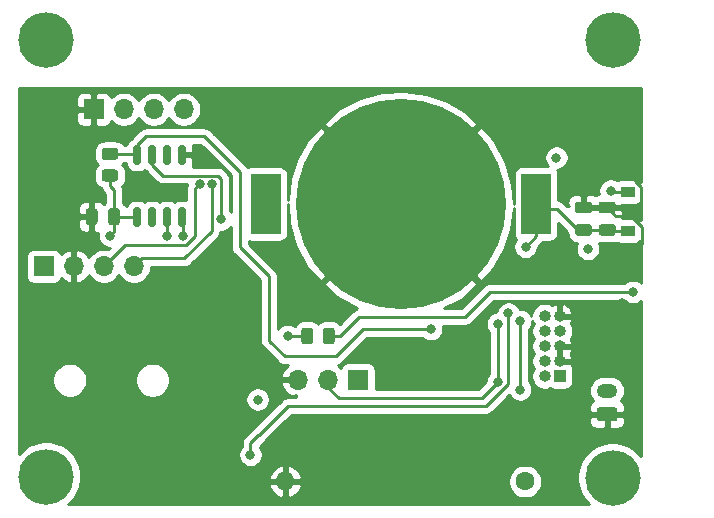
<source format=gbr>
%TF.GenerationSoftware,KiCad,Pcbnew,5.1.10-88a1d61d58~90~ubuntu20.04.1*%
%TF.CreationDate,2021-11-15T19:50:34+00:00*%
%TF.ProjectId,daughter_board,64617567-6874-4657-925f-626f6172642e,rev?*%
%TF.SameCoordinates,Original*%
%TF.FileFunction,Copper,L4,Bot*%
%TF.FilePolarity,Positive*%
%FSLAX46Y46*%
G04 Gerber Fmt 4.6, Leading zero omitted, Abs format (unit mm)*
G04 Created by KiCad (PCBNEW 5.1.10-88a1d61d58~90~ubuntu20.04.1) date 2021-11-15 19:50:34*
%MOMM*%
%LPD*%
G01*
G04 APERTURE LIST*
%TA.AperFunction,ComponentPad*%
%ADD10O,1.700000X1.700000*%
%TD*%
%TA.AperFunction,ComponentPad*%
%ADD11R,1.700000X1.700000*%
%TD*%
%TA.AperFunction,ComponentPad*%
%ADD12O,1.750000X1.200000*%
%TD*%
%TA.AperFunction,ComponentPad*%
%ADD13O,1.600000X1.600000*%
%TD*%
%TA.AperFunction,ComponentPad*%
%ADD14C,1.600000*%
%TD*%
%TA.AperFunction,ComponentPad*%
%ADD15C,4.700000*%
%TD*%
%TA.AperFunction,SMDPad,CuDef*%
%ADD16R,2.500000X5.100000*%
%TD*%
%TA.AperFunction,SMDPad,CuDef*%
%ADD17C,17.800000*%
%TD*%
%TA.AperFunction,SMDPad,CuDef*%
%ADD18R,1.219200X0.914400*%
%TD*%
%TA.AperFunction,ComponentPad*%
%ADD19O,1.000000X1.000000*%
%TD*%
%TA.AperFunction,ComponentPad*%
%ADD20R,1.000000X1.000000*%
%TD*%
%TA.AperFunction,ViaPad*%
%ADD21C,0.800000*%
%TD*%
%TA.AperFunction,Conductor*%
%ADD22C,0.250000*%
%TD*%
%TA.AperFunction,Conductor*%
%ADD23C,0.254000*%
%TD*%
%TA.AperFunction,Conductor*%
%ADD24C,0.150000*%
%TD*%
G04 APERTURE END LIST*
D10*
%TO.P,AHT10,4*%
%TO.N,/SDA*%
X113420000Y-113200000D03*
%TO.P,AHT10,3*%
%TO.N,/SCL*%
X110880000Y-113200000D03*
%TO.P,AHT10,2*%
%TO.N,GND*%
X108340000Y-113200000D03*
D11*
%TO.P,AHT10,1*%
%TO.N,VDD*%
X105800000Y-113200000D03*
%TD*%
D12*
%TO.P,J5,2*%
%TO.N,/VBAT*%
X153490000Y-123730000D03*
%TO.P,J5,1*%
%TO.N,GND*%
%TA.AperFunction,ComponentPad*%
G36*
G01*
X154115001Y-126330000D02*
X152864999Y-126330000D01*
G75*
G02*
X152615000Y-126080001I0J249999D01*
G01*
X152615000Y-125379999D01*
G75*
G02*
X152864999Y-125130000I249999J0D01*
G01*
X154115001Y-125130000D01*
G75*
G02*
X154365000Y-125379999I0J-249999D01*
G01*
X154365000Y-126080001D01*
G75*
G02*
X154115001Y-126330000I-249999J0D01*
G01*
G37*
%TD.AperFunction*%
%TD*%
D13*
%TO.P,SW3,2*%
%TO.N,GND*%
X126240000Y-131420000D03*
D14*
%TO.P,SW3,1*%
%TO.N,/DIO_23*%
X146560000Y-131420000D03*
%TD*%
D15*
%TO.P,H4,1*%
%TO.N,N/C*%
X153970000Y-131090000D03*
%TD*%
%TO.P,H3,1*%
%TO.N,N/C*%
X106000000Y-131000000D03*
%TD*%
%TO.P,H2,1*%
%TO.N,N/C*%
X153980000Y-94050000D03*
%TD*%
%TO.P,H1,1*%
%TO.N,N/C*%
X106000000Y-94070000D03*
%TD*%
D10*
%TO.P,J4,3*%
%TO.N,GND*%
X127320000Y-122800000D03*
%TO.P,J4,2*%
%TO.N,/DIO_23*%
X129860000Y-122800000D03*
D11*
%TO.P,J4,1*%
%TO.N,VDD*%
X132400000Y-122800000D03*
%TD*%
%TO.P,C4,2*%
%TO.N,GND*%
%TA.AperFunction,SMDPad,CuDef*%
G36*
G01*
X153975000Y-108725000D02*
X153025000Y-108725000D01*
G75*
G02*
X152775000Y-108475000I0J250000D01*
G01*
X152775000Y-107975000D01*
G75*
G02*
X153025000Y-107725000I250000J0D01*
G01*
X153975000Y-107725000D01*
G75*
G02*
X154225000Y-107975000I0J-250000D01*
G01*
X154225000Y-108475000D01*
G75*
G02*
X153975000Y-108725000I-250000J0D01*
G01*
G37*
%TD.AperFunction*%
%TO.P,C4,1*%
%TO.N,/VBAT*%
%TA.AperFunction,SMDPad,CuDef*%
G36*
G01*
X153975000Y-110625000D02*
X153025000Y-110625000D01*
G75*
G02*
X152775000Y-110375000I0J250000D01*
G01*
X152775000Y-109875000D01*
G75*
G02*
X153025000Y-109625000I250000J0D01*
G01*
X153975000Y-109625000D01*
G75*
G02*
X154225000Y-109875000I0J-250000D01*
G01*
X154225000Y-110375000D01*
G75*
G02*
X153975000Y-110625000I-250000J0D01*
G01*
G37*
%TD.AperFunction*%
%TD*%
%TO.P,C1,2*%
%TO.N,GND*%
%TA.AperFunction,SMDPad,CuDef*%
G36*
G01*
X110350000Y-108525000D02*
X110350000Y-109475000D01*
G75*
G02*
X110100000Y-109725000I-250000J0D01*
G01*
X109600000Y-109725000D01*
G75*
G02*
X109350000Y-109475000I0J250000D01*
G01*
X109350000Y-108525000D01*
G75*
G02*
X109600000Y-108275000I250000J0D01*
G01*
X110100000Y-108275000D01*
G75*
G02*
X110350000Y-108525000I0J-250000D01*
G01*
G37*
%TD.AperFunction*%
%TO.P,C1,1*%
%TO.N,VDD*%
%TA.AperFunction,SMDPad,CuDef*%
G36*
G01*
X112250000Y-108525000D02*
X112250000Y-109475000D01*
G75*
G02*
X112000000Y-109725000I-250000J0D01*
G01*
X111500000Y-109725000D01*
G75*
G02*
X111250000Y-109475000I0J250000D01*
G01*
X111250000Y-108525000D01*
G75*
G02*
X111500000Y-108275000I250000J0D01*
G01*
X112000000Y-108275000D01*
G75*
G02*
X112250000Y-108525000I0J-250000D01*
G01*
G37*
%TD.AperFunction*%
%TD*%
D16*
%TO.P,BT1,2*%
%TO.N,/VBAT*%
X124575000Y-107925000D03*
X147475000Y-107925000D03*
D17*
%TO.P,BT1,1*%
%TO.N,GND*%
X136025000Y-107925000D03*
%TD*%
%TO.P,C6,2*%
%TO.N,GND*%
%TA.AperFunction,SMDPad,CuDef*%
G36*
G01*
X151975000Y-108725000D02*
X151025000Y-108725000D01*
G75*
G02*
X150775000Y-108475000I0J250000D01*
G01*
X150775000Y-107975000D01*
G75*
G02*
X151025000Y-107725000I250000J0D01*
G01*
X151975000Y-107725000D01*
G75*
G02*
X152225000Y-107975000I0J-250000D01*
G01*
X152225000Y-108475000D01*
G75*
G02*
X151975000Y-108725000I-250000J0D01*
G01*
G37*
%TD.AperFunction*%
%TO.P,C6,1*%
%TO.N,/VBAT*%
%TA.AperFunction,SMDPad,CuDef*%
G36*
G01*
X151975000Y-110625000D02*
X151025000Y-110625000D01*
G75*
G02*
X150775000Y-110375000I0J250000D01*
G01*
X150775000Y-109875000D01*
G75*
G02*
X151025000Y-109625000I250000J0D01*
G01*
X151975000Y-109625000D01*
G75*
G02*
X152225000Y-109875000I0J-250000D01*
G01*
X152225000Y-110375000D01*
G75*
G02*
X151975000Y-110625000I-250000J0D01*
G01*
G37*
%TD.AperFunction*%
%TD*%
%TO.P,U1,8*%
%TO.N,VDD*%
%TA.AperFunction,SMDPad,CuDef*%
G36*
G01*
X113545000Y-108200000D02*
X113845000Y-108200000D01*
G75*
G02*
X113995000Y-108350000I0J-150000D01*
G01*
X113995000Y-109700000D01*
G75*
G02*
X113845000Y-109850000I-150000J0D01*
G01*
X113545000Y-109850000D01*
G75*
G02*
X113395000Y-109700000I0J150000D01*
G01*
X113395000Y-108350000D01*
G75*
G02*
X113545000Y-108200000I150000J0D01*
G01*
G37*
%TD.AperFunction*%
%TO.P,U1,7*%
%TO.N,N/C*%
%TA.AperFunction,SMDPad,CuDef*%
G36*
G01*
X114815000Y-108200000D02*
X115115000Y-108200000D01*
G75*
G02*
X115265000Y-108350000I0J-150000D01*
G01*
X115265000Y-109700000D01*
G75*
G02*
X115115000Y-109850000I-150000J0D01*
G01*
X114815000Y-109850000D01*
G75*
G02*
X114665000Y-109700000I0J150000D01*
G01*
X114665000Y-108350000D01*
G75*
G02*
X114815000Y-108200000I150000J0D01*
G01*
G37*
%TD.AperFunction*%
%TO.P,U1,6*%
%TO.N,/SPI_SCLK*%
%TA.AperFunction,SMDPad,CuDef*%
G36*
G01*
X116085000Y-108200000D02*
X116385000Y-108200000D01*
G75*
G02*
X116535000Y-108350000I0J-150000D01*
G01*
X116535000Y-109700000D01*
G75*
G02*
X116385000Y-109850000I-150000J0D01*
G01*
X116085000Y-109850000D01*
G75*
G02*
X115935000Y-109700000I0J150000D01*
G01*
X115935000Y-108350000D01*
G75*
G02*
X116085000Y-108200000I150000J0D01*
G01*
G37*
%TD.AperFunction*%
%TO.P,U1,5*%
%TO.N,/SPI_MOSI*%
%TA.AperFunction,SMDPad,CuDef*%
G36*
G01*
X117355000Y-108200000D02*
X117655000Y-108200000D01*
G75*
G02*
X117805000Y-108350000I0J-150000D01*
G01*
X117805000Y-109700000D01*
G75*
G02*
X117655000Y-109850000I-150000J0D01*
G01*
X117355000Y-109850000D01*
G75*
G02*
X117205000Y-109700000I0J150000D01*
G01*
X117205000Y-108350000D01*
G75*
G02*
X117355000Y-108200000I150000J0D01*
G01*
G37*
%TD.AperFunction*%
%TO.P,U1,4*%
%TO.N,GND*%
%TA.AperFunction,SMDPad,CuDef*%
G36*
G01*
X117355000Y-102950000D02*
X117655000Y-102950000D01*
G75*
G02*
X117805000Y-103100000I0J-150000D01*
G01*
X117805000Y-104450000D01*
G75*
G02*
X117655000Y-104600000I-150000J0D01*
G01*
X117355000Y-104600000D01*
G75*
G02*
X117205000Y-104450000I0J150000D01*
G01*
X117205000Y-103100000D01*
G75*
G02*
X117355000Y-102950000I150000J0D01*
G01*
G37*
%TD.AperFunction*%
%TO.P,U1,3*%
%TO.N,N/C*%
%TA.AperFunction,SMDPad,CuDef*%
G36*
G01*
X116085000Y-102950000D02*
X116385000Y-102950000D01*
G75*
G02*
X116535000Y-103100000I0J-150000D01*
G01*
X116535000Y-104450000D01*
G75*
G02*
X116385000Y-104600000I-150000J0D01*
G01*
X116085000Y-104600000D01*
G75*
G02*
X115935000Y-104450000I0J150000D01*
G01*
X115935000Y-103100000D01*
G75*
G02*
X116085000Y-102950000I150000J0D01*
G01*
G37*
%TD.AperFunction*%
%TO.P,U1,2*%
%TO.N,/SPI_MISO*%
%TA.AperFunction,SMDPad,CuDef*%
G36*
G01*
X114815000Y-102950000D02*
X115115000Y-102950000D01*
G75*
G02*
X115265000Y-103100000I0J-150000D01*
G01*
X115265000Y-104450000D01*
G75*
G02*
X115115000Y-104600000I-150000J0D01*
G01*
X114815000Y-104600000D01*
G75*
G02*
X114665000Y-104450000I0J150000D01*
G01*
X114665000Y-103100000D01*
G75*
G02*
X114815000Y-102950000I150000J0D01*
G01*
G37*
%TD.AperFunction*%
%TO.P,U1,1*%
%TO.N,/FLASH_CS*%
%TA.AperFunction,SMDPad,CuDef*%
G36*
G01*
X113545000Y-102950000D02*
X113845000Y-102950000D01*
G75*
G02*
X113995000Y-103100000I0J-150000D01*
G01*
X113995000Y-104450000D01*
G75*
G02*
X113845000Y-104600000I-150000J0D01*
G01*
X113545000Y-104600000D01*
G75*
G02*
X113395000Y-104450000I0J150000D01*
G01*
X113395000Y-103100000D01*
G75*
G02*
X113545000Y-102950000I150000J0D01*
G01*
G37*
%TD.AperFunction*%
%TD*%
D18*
%TO.P,D5,1*%
%TO.N,/VBAT*%
X155250000Y-110188300D03*
%TO.P,D5,2*%
%TO.N,VDD*%
X155250000Y-106911700D03*
%TD*%
D19*
%TO.P,J3,10*%
%TO.N,/XDS_RESET*%
X148210000Y-117420000D03*
%TO.P,J3,9*%
%TO.N,GND*%
X149480000Y-117420000D03*
%TO.P,J3,8*%
%TO.N,/XDS_TDI*%
X148210000Y-118690000D03*
%TO.P,J3,7*%
%TO.N,N/C*%
X149480000Y-118690000D03*
%TO.P,J3,6*%
%TO.N,/XDS_TDO*%
X148210000Y-119960000D03*
%TO.P,J3,5*%
%TO.N,GND*%
X149480000Y-119960000D03*
%TO.P,J3,4*%
%TO.N,/XDS_TCK*%
X148210000Y-121230000D03*
%TO.P,J3,3*%
%TO.N,GND*%
X149480000Y-121230000D03*
%TO.P,J3,2*%
%TO.N,/XDS-TMS*%
X148210000Y-122500000D03*
D20*
%TO.P,J3,1*%
%TO.N,VCC*%
X149480000Y-122500000D03*
%TD*%
%TO.P,R3,2*%
%TO.N,/FLASH_CS*%
%TA.AperFunction,SMDPad,CuDef*%
G36*
G01*
X111850002Y-104200000D02*
X110949998Y-104200000D01*
G75*
G02*
X110700000Y-103950002I0J249998D01*
G01*
X110700000Y-103424998D01*
G75*
G02*
X110949998Y-103175000I249998J0D01*
G01*
X111850002Y-103175000D01*
G75*
G02*
X112100000Y-103424998I0J-249998D01*
G01*
X112100000Y-103950002D01*
G75*
G02*
X111850002Y-104200000I-249998J0D01*
G01*
G37*
%TD.AperFunction*%
%TO.P,R3,1*%
%TO.N,VDD*%
%TA.AperFunction,SMDPad,CuDef*%
G36*
G01*
X111850002Y-106025000D02*
X110949998Y-106025000D01*
G75*
G02*
X110700000Y-105775002I0J249998D01*
G01*
X110700000Y-105249998D01*
G75*
G02*
X110949998Y-105000000I249998J0D01*
G01*
X111850002Y-105000000D01*
G75*
G02*
X112100000Y-105249998I0J-249998D01*
G01*
X112100000Y-105775002D01*
G75*
G02*
X111850002Y-106025000I-249998J0D01*
G01*
G37*
%TD.AperFunction*%
%TD*%
%TO.P,R2,2*%
%TO.N,Net-(R2-Pad2)*%
%TA.AperFunction,SMDPad,CuDef*%
G36*
G01*
X128625000Y-118649998D02*
X128625000Y-119550002D01*
G75*
G02*
X128375002Y-119800000I-249998J0D01*
G01*
X127849998Y-119800000D01*
G75*
G02*
X127600000Y-119550002I0J249998D01*
G01*
X127600000Y-118649998D01*
G75*
G02*
X127849998Y-118400000I249998J0D01*
G01*
X128375002Y-118400000D01*
G75*
G02*
X128625000Y-118649998I0J-249998D01*
G01*
G37*
%TD.AperFunction*%
%TO.P,R2,1*%
%TO.N,Net-(R2-Pad1)*%
%TA.AperFunction,SMDPad,CuDef*%
G36*
G01*
X130450000Y-118649998D02*
X130450000Y-119550002D01*
G75*
G02*
X130200002Y-119800000I-249998J0D01*
G01*
X129674998Y-119800000D01*
G75*
G02*
X129425000Y-119550002I0J249998D01*
G01*
X129425000Y-118649998D01*
G75*
G02*
X129674998Y-118400000I249998J0D01*
G01*
X130200002Y-118400000D01*
G75*
G02*
X130450000Y-118649998I0J-249998D01*
G01*
G37*
%TD.AperFunction*%
%TD*%
D10*
%TO.P,J1,4*%
%TO.N,VDD*%
X117645000Y-99900000D03*
%TO.P,J1,3*%
%TO.N,/UART_RXD*%
X115105000Y-99900000D03*
%TO.P,J1,2*%
%TO.N,/UART_TXD*%
X112565000Y-99900000D03*
D11*
%TO.P,J1,1*%
%TO.N,GND*%
X110025000Y-99900000D03*
%TD*%
D21*
%TO.N,GND*%
X142200000Y-129600000D03*
X115000000Y-118400000D03*
X124400000Y-121800000D03*
X106200000Y-106000000D03*
X112000000Y-102000000D03*
X110600000Y-123800000D03*
X114000000Y-106000000D03*
X117570000Y-119670000D03*
X120200000Y-125800000D03*
X125800000Y-127400000D03*
X133240000Y-131590000D03*
X139620000Y-131280000D03*
X149790000Y-131250000D03*
X146800000Y-126940000D03*
X140030000Y-126370000D03*
X141710000Y-122870000D03*
X135600000Y-122730000D03*
X154720000Y-116270000D03*
X152200000Y-120600000D03*
X147000000Y-113290000D03*
X149320000Y-113290000D03*
X119000000Y-104200000D03*
X117800000Y-114800000D03*
X107600000Y-110600000D03*
X152450000Y-100575000D03*
X127400000Y-100650000D03*
X106000000Y-100400000D03*
X135600000Y-101350000D03*
X129175000Y-111075000D03*
X136450000Y-111075000D03*
X144900000Y-103275000D03*
X152425000Y-103125000D03*
X132250000Y-105400000D03*
X139250000Y-104800000D03*
X139000000Y-108600000D03*
X128800000Y-107700000D03*
X126300000Y-103200000D03*
X120300000Y-99700000D03*
X147900000Y-100800000D03*
X139800000Y-100300000D03*
X135200000Y-126400000D03*
X129400000Y-126400000D03*
X111400000Y-131000000D03*
X113200000Y-127200000D03*
%TO.N,Net-(R2-Pad2)*%
X126450000Y-119100000D03*
%TO.N,/SPI_SCLK*%
X116200000Y-110600000D03*
%TO.N,/SPI_MOSI*%
X117600000Y-110600000D03*
%TO.N,/SPI_MISO*%
X120820000Y-109220000D03*
%TO.N,/FLASH_CS*%
X138575000Y-118525000D03*
%TO.N,/SDA*%
X120000000Y-106200000D03*
%TO.N,/SCL*%
X119000000Y-106200000D03*
%TO.N,VDD*%
X111400000Y-110600000D03*
X123912500Y-124487500D03*
X149200000Y-104000000D03*
X153800000Y-106800000D03*
X151870000Y-111730000D03*
%TO.N,Net-(R2-Pad1)*%
X155675000Y-115375000D03*
%TO.N,/DIO_23*%
X144260000Y-118070000D03*
X144260000Y-122990000D03*
%TO.N,/DIO_24*%
X145130000Y-117190000D03*
X123300000Y-129170000D03*
%TO.N,/VBAT*%
X146130000Y-123640000D03*
X146130000Y-117820000D03*
X146590000Y-111550000D03*
%TD*%
D22*
%TO.N,GND*%
X135300000Y-107925000D02*
X136025000Y-107925000D01*
X136325000Y-107925000D02*
X136025000Y-107925000D01*
X153500000Y-108225000D02*
X154205000Y-108930000D01*
X155308802Y-108930000D02*
X156400000Y-107838802D01*
X154205000Y-108930000D02*
X155308802Y-108930000D01*
X153043102Y-103125000D02*
X152425000Y-103125000D01*
X156400000Y-106481898D02*
X153043102Y-103125000D01*
X156400000Y-107838802D02*
X156400000Y-106481898D01*
X155308802Y-108930000D02*
X155500000Y-108930000D01*
X155500000Y-108930000D02*
X156410000Y-109840000D01*
X156410000Y-109840000D02*
X156410000Y-111350000D01*
X154470000Y-113290000D02*
X149320000Y-113290000D01*
X156410000Y-111350000D02*
X154470000Y-113290000D01*
%TO.N,Net-(R2-Pad2)*%
X128112500Y-119100000D02*
X126450000Y-119100000D01*
%TO.N,/SPI_SCLK*%
X116200000Y-109060000D02*
X116235000Y-109025000D01*
X116200000Y-110600000D02*
X116200000Y-109060000D01*
%TO.N,/SPI_MOSI*%
X117600000Y-109120000D02*
X117505000Y-109025000D01*
X117600000Y-110600000D02*
X117600000Y-109120000D01*
%TO.N,/SPI_MISO*%
X114965000Y-104365000D02*
X114965000Y-103775000D01*
X120820000Y-106006198D02*
X120800000Y-105986198D01*
X120820000Y-109220000D02*
X120820000Y-106006198D01*
X120800000Y-105986198D02*
X120800000Y-105800000D01*
X114965000Y-104600000D02*
X114965000Y-103775000D01*
X115879999Y-105514999D02*
X114965000Y-104600000D01*
X120514999Y-105514999D02*
X115879999Y-105514999D01*
X120800000Y-105800000D02*
X120514999Y-105514999D01*
%TO.N,/FLASH_CS*%
X114445000Y-102200000D02*
X113695000Y-102950000D01*
X119813802Y-102600000D02*
X119800000Y-102600000D01*
X113695000Y-102950000D02*
X113695000Y-103775000D01*
X122400000Y-105186198D02*
X119813802Y-102600000D01*
X119400000Y-102200000D02*
X114445000Y-102200000D01*
X122400000Y-111600000D02*
X122400000Y-105186198D01*
X124860000Y-114060000D02*
X122400000Y-111600000D01*
X119800000Y-102600000D02*
X119400000Y-102200000D01*
X124860000Y-119485000D02*
X124860000Y-114060000D01*
X126200000Y-120825000D02*
X124860000Y-119485000D01*
X130550000Y-120825000D02*
X126200000Y-120825000D01*
X132850000Y-118525000D02*
X130550000Y-120825000D01*
X138575000Y-118525000D02*
X132850000Y-118525000D01*
X113607500Y-103687500D02*
X113695000Y-103775000D01*
X111400000Y-103687500D02*
X113607500Y-103687500D01*
%TO.N,/SDA*%
X120000000Y-106200000D02*
X120000000Y-110200000D01*
X114105001Y-112514999D02*
X113420000Y-113200000D01*
X117685001Y-112514999D02*
X114105001Y-112514999D01*
X120000000Y-110200000D02*
X117685001Y-112514999D01*
%TO.N,/SCL*%
X119000000Y-106200000D02*
X118600000Y-106600000D01*
X118600000Y-110613802D02*
X117813802Y-111400000D01*
X118600000Y-106600000D02*
X118600000Y-110613802D01*
X112680000Y-111400000D02*
X110880000Y-113200000D01*
X117813802Y-111400000D02*
X112680000Y-111400000D01*
%TO.N,VDD*%
X111400000Y-105512500D02*
X111400000Y-106400000D01*
X111750000Y-106750000D02*
X111750000Y-109000000D01*
X111400000Y-106400000D02*
X111750000Y-106750000D01*
X113670000Y-109000000D02*
X113695000Y-109025000D01*
X111750000Y-109000000D02*
X113670000Y-109000000D01*
X111750000Y-109000000D02*
X111750000Y-110250000D01*
X111750000Y-110250000D02*
X111400000Y-110600000D01*
X153911700Y-106911700D02*
X153800000Y-106800000D01*
X155250000Y-106911700D02*
X153911700Y-106911700D01*
%TO.N,Net-(R2-Pad1)*%
X130900000Y-119100000D02*
X129937500Y-119100000D01*
X132500000Y-117500000D02*
X130900000Y-119100000D01*
X141450000Y-117500000D02*
X132500000Y-117500000D01*
X143575000Y-115375000D02*
X141450000Y-117500000D01*
X155675000Y-115375000D02*
X143575000Y-115375000D01*
%TO.N,/DIO_23*%
X144260000Y-118070000D02*
X144260000Y-122990000D01*
X144260000Y-122990000D02*
X142890000Y-124360000D01*
X129860000Y-122800000D02*
X129800000Y-122800000D01*
X129800000Y-122800000D02*
X129800000Y-123400000D01*
X130760000Y-124360000D02*
X142890000Y-124360000D01*
X129800000Y-123400000D02*
X130760000Y-124360000D01*
%TO.N,/DIO_24*%
X145130000Y-123133802D02*
X143243802Y-125020000D01*
X145130000Y-117190000D02*
X145130000Y-123133802D01*
X143243802Y-125020000D02*
X128416198Y-125020000D01*
X126493802Y-125020000D02*
X123990000Y-127523802D01*
X128416198Y-125020000D02*
X126493802Y-125020000D01*
X123990000Y-127523802D02*
X123976198Y-127523802D01*
X123976198Y-127523802D02*
X123300000Y-128200000D01*
X123300000Y-128200000D02*
X123300000Y-129170000D01*
%TO.N,/VBAT*%
X149280850Y-108344150D02*
X151050000Y-110113300D01*
X151061700Y-110125000D02*
X151050000Y-110113300D01*
X149280850Y-108344150D02*
X147894150Y-108344150D01*
X147894150Y-108344150D02*
X147475000Y-107925000D01*
X147594150Y-108044150D02*
X147475000Y-107925000D01*
X152950000Y-110125000D02*
X151061700Y-110125000D01*
X153050000Y-110250000D02*
X154875000Y-110250000D01*
X146130000Y-123640000D02*
X146130000Y-117820000D01*
X147475000Y-110665000D02*
X147475000Y-107925000D01*
X146590000Y-111550000D02*
X147475000Y-110665000D01*
%TD*%
D23*
%TO.N,GND*%
X156340001Y-106038914D02*
X156310785Y-106003315D01*
X156214094Y-105923963D01*
X156103780Y-105864998D01*
X155984082Y-105828688D01*
X155859600Y-105816428D01*
X154640400Y-105816428D01*
X154515918Y-105828688D01*
X154396220Y-105864998D01*
X154322552Y-105904375D01*
X154290256Y-105882795D01*
X154101898Y-105804774D01*
X153901939Y-105765000D01*
X153698061Y-105765000D01*
X153498102Y-105804774D01*
X153309744Y-105882795D01*
X153140226Y-105996063D01*
X152996063Y-106140226D01*
X152882795Y-106309744D01*
X152804774Y-106498102D01*
X152765000Y-106698061D01*
X152765000Y-106901939D01*
X152801834Y-107087116D01*
X152775000Y-107086928D01*
X152650518Y-107099188D01*
X152530820Y-107135498D01*
X152500000Y-107151972D01*
X152469180Y-107135498D01*
X152349482Y-107099188D01*
X152225000Y-107086928D01*
X151785750Y-107090000D01*
X151627000Y-107248750D01*
X151627000Y-108098000D01*
X153373000Y-108098000D01*
X153373000Y-108078000D01*
X153627000Y-108078000D01*
X153627000Y-108098000D01*
X154701250Y-108098000D01*
X154792278Y-108006972D01*
X155859600Y-108006972D01*
X155984082Y-107994712D01*
X156103780Y-107958402D01*
X156214094Y-107899437D01*
X156310785Y-107820085D01*
X156340001Y-107784486D01*
X156340001Y-109315514D01*
X156310785Y-109279915D01*
X156214094Y-109200563D01*
X156103780Y-109141598D01*
X155984082Y-109105288D01*
X155859600Y-109093028D01*
X154744430Y-109093028D01*
X154755537Y-109079494D01*
X154814502Y-108969180D01*
X154850812Y-108849482D01*
X154863072Y-108725000D01*
X154860000Y-108510750D01*
X154701250Y-108352000D01*
X153627000Y-108352000D01*
X153627000Y-108372000D01*
X153373000Y-108372000D01*
X153373000Y-108352000D01*
X151627000Y-108352000D01*
X151627000Y-108372000D01*
X151373000Y-108372000D01*
X151373000Y-108352000D01*
X151353000Y-108352000D01*
X151353000Y-108098000D01*
X151373000Y-108098000D01*
X151373000Y-107248750D01*
X151214250Y-107090000D01*
X150775000Y-107086928D01*
X150650518Y-107099188D01*
X150530820Y-107135498D01*
X150420506Y-107194463D01*
X150323815Y-107273815D01*
X150244463Y-107370506D01*
X150185498Y-107480820D01*
X150149188Y-107600518D01*
X150136928Y-107725000D01*
X150140000Y-107939250D01*
X150298748Y-108097998D01*
X150140000Y-108097998D01*
X150140000Y-108128499D01*
X149844654Y-107833153D01*
X149820851Y-107804149D01*
X149705126Y-107709176D01*
X149573097Y-107638604D01*
X149429836Y-107595147D01*
X149363072Y-107588571D01*
X149363072Y-105375000D01*
X149350812Y-105250518D01*
X149314502Y-105130820D01*
X149263284Y-105035000D01*
X149301939Y-105035000D01*
X149501898Y-104995226D01*
X149690256Y-104917205D01*
X149859774Y-104803937D01*
X150003937Y-104659774D01*
X150117205Y-104490256D01*
X150195226Y-104301898D01*
X150235000Y-104101939D01*
X150235000Y-103898061D01*
X150195226Y-103698102D01*
X150117205Y-103509744D01*
X150003937Y-103340226D01*
X149859774Y-103196063D01*
X149690256Y-103082795D01*
X149501898Y-103004774D01*
X149301939Y-102965000D01*
X149098061Y-102965000D01*
X148898102Y-103004774D01*
X148709744Y-103082795D01*
X148540226Y-103196063D01*
X148396063Y-103340226D01*
X148282795Y-103509744D01*
X148204774Y-103698102D01*
X148165000Y-103898061D01*
X148165000Y-104101939D01*
X148204774Y-104301898D01*
X148282795Y-104490256D01*
X148396063Y-104659774D01*
X148473217Y-104736928D01*
X146225000Y-104736928D01*
X146100518Y-104749188D01*
X145980820Y-104785498D01*
X145870506Y-104844463D01*
X145773815Y-104923815D01*
X145694463Y-105020506D01*
X145635498Y-105130820D01*
X145599188Y-105250518D01*
X145586928Y-105375000D01*
X145586928Y-107953345D01*
X145467478Y-106300875D01*
X144969192Y-104489946D01*
X144127186Y-102811024D01*
X143850270Y-102396590D01*
X142776830Y-101352775D01*
X136204605Y-107925000D01*
X142776830Y-114497225D01*
X143850270Y-113453410D01*
X144778449Y-111820549D01*
X145370238Y-110037984D01*
X145586928Y-108302119D01*
X145586928Y-110475000D01*
X145599188Y-110599482D01*
X145635498Y-110719180D01*
X145694463Y-110829494D01*
X145767322Y-110918274D01*
X145672795Y-111059744D01*
X145594774Y-111248102D01*
X145555000Y-111448061D01*
X145555000Y-111651939D01*
X145594774Y-111851898D01*
X145672795Y-112040256D01*
X145786063Y-112209774D01*
X145930226Y-112353937D01*
X146099744Y-112467205D01*
X146288102Y-112545226D01*
X146488061Y-112585000D01*
X146691939Y-112585000D01*
X146891898Y-112545226D01*
X147080256Y-112467205D01*
X147249774Y-112353937D01*
X147393937Y-112209774D01*
X147507205Y-112040256D01*
X147585226Y-111851898D01*
X147625000Y-111651939D01*
X147625000Y-111589802D01*
X147986004Y-111228798D01*
X148015001Y-111205001D01*
X148080062Y-111125724D01*
X148090446Y-111113072D01*
X148725000Y-111113072D01*
X148849482Y-111100812D01*
X148969180Y-111064502D01*
X149079494Y-111005537D01*
X149176185Y-110926185D01*
X149255537Y-110829494D01*
X149314502Y-110719180D01*
X149350812Y-110599482D01*
X149363072Y-110475000D01*
X149363072Y-109501173D01*
X150136928Y-110275030D01*
X150136928Y-110375000D01*
X150153992Y-110548254D01*
X150204528Y-110714850D01*
X150286595Y-110868386D01*
X150397038Y-111002962D01*
X150531614Y-111113405D01*
X150685150Y-111195472D01*
X150851746Y-111246008D01*
X150946341Y-111255325D01*
X150874774Y-111428102D01*
X150835000Y-111628061D01*
X150835000Y-111831939D01*
X150874774Y-112031898D01*
X150952795Y-112220256D01*
X151066063Y-112389774D01*
X151210226Y-112533937D01*
X151379744Y-112647205D01*
X151568102Y-112725226D01*
X151768061Y-112765000D01*
X151971939Y-112765000D01*
X152171898Y-112725226D01*
X152360256Y-112647205D01*
X152529774Y-112533937D01*
X152673937Y-112389774D01*
X152787205Y-112220256D01*
X152865226Y-112031898D01*
X152905000Y-111831939D01*
X152905000Y-111628061D01*
X152865226Y-111428102D01*
X152787205Y-111239744D01*
X152776047Y-111223045D01*
X152851746Y-111246008D01*
X153025000Y-111263072D01*
X153975000Y-111263072D01*
X154148254Y-111246008D01*
X154314850Y-111195472D01*
X154318558Y-111193490D01*
X154396220Y-111235002D01*
X154515918Y-111271312D01*
X154640400Y-111283572D01*
X155859600Y-111283572D01*
X155984082Y-111271312D01*
X156103780Y-111235002D01*
X156214094Y-111176037D01*
X156310785Y-111096685D01*
X156340001Y-111061086D01*
X156340000Y-114576289D01*
X156334774Y-114571063D01*
X156165256Y-114457795D01*
X155976898Y-114379774D01*
X155776939Y-114340000D01*
X155573061Y-114340000D01*
X155373102Y-114379774D01*
X155184744Y-114457795D01*
X155015226Y-114571063D01*
X154971289Y-114615000D01*
X143612323Y-114615000D01*
X143575000Y-114611324D01*
X143537677Y-114615000D01*
X143537667Y-114615000D01*
X143426014Y-114625997D01*
X143282753Y-114669454D01*
X143150724Y-114740026D01*
X143034999Y-114834999D01*
X143011201Y-114863997D01*
X141135199Y-116740000D01*
X139717657Y-116740000D01*
X141138976Y-116027186D01*
X141553410Y-115750270D01*
X142597225Y-114676830D01*
X136025000Y-108104605D01*
X129452775Y-114676830D01*
X130496590Y-115750270D01*
X132129451Y-116678449D01*
X132349427Y-116751478D01*
X132207753Y-116794454D01*
X132075724Y-116865026D01*
X131959999Y-116959999D01*
X131936201Y-116988997D01*
X130861858Y-118063341D01*
X130827962Y-118022038D01*
X130693387Y-117911595D01*
X130539852Y-117829528D01*
X130373256Y-117778992D01*
X130200002Y-117761928D01*
X129674998Y-117761928D01*
X129501744Y-117778992D01*
X129335148Y-117829528D01*
X129181613Y-117911595D01*
X129047038Y-118022038D01*
X129025000Y-118048891D01*
X129002962Y-118022038D01*
X128868387Y-117911595D01*
X128714852Y-117829528D01*
X128548256Y-117778992D01*
X128375002Y-117761928D01*
X127849998Y-117761928D01*
X127676744Y-117778992D01*
X127510148Y-117829528D01*
X127356613Y-117911595D01*
X127222038Y-118022038D01*
X127111595Y-118156613D01*
X127056193Y-118260262D01*
X126940256Y-118182795D01*
X126751898Y-118104774D01*
X126551939Y-118065000D01*
X126348061Y-118065000D01*
X126148102Y-118104774D01*
X125959744Y-118182795D01*
X125790226Y-118296063D01*
X125646063Y-118440226D01*
X125620000Y-118479232D01*
X125620000Y-114097322D01*
X125623676Y-114059999D01*
X125620000Y-114022676D01*
X125620000Y-114022667D01*
X125609003Y-113911014D01*
X125565546Y-113767753D01*
X125494974Y-113635724D01*
X125400001Y-113519999D01*
X125371003Y-113496201D01*
X123160000Y-111285199D01*
X123160000Y-111088521D01*
X123200518Y-111100812D01*
X123325000Y-111113072D01*
X125825000Y-111113072D01*
X125949482Y-111100812D01*
X126069180Y-111064502D01*
X126179494Y-111005537D01*
X126276185Y-110926185D01*
X126355537Y-110829494D01*
X126414502Y-110719180D01*
X126450812Y-110599482D01*
X126463072Y-110475000D01*
X126463072Y-107896655D01*
X126582522Y-109549125D01*
X127080808Y-111360054D01*
X127922814Y-113038976D01*
X128199730Y-113453410D01*
X129273170Y-114497225D01*
X135845395Y-107925000D01*
X129273170Y-101352775D01*
X128199730Y-102396590D01*
X127271551Y-104029451D01*
X126679762Y-105812016D01*
X126463072Y-107547881D01*
X126463072Y-105375000D01*
X126450812Y-105250518D01*
X126414502Y-105130820D01*
X126355537Y-105020506D01*
X126276185Y-104923815D01*
X126179494Y-104844463D01*
X126069180Y-104785498D01*
X125949482Y-104749188D01*
X125825000Y-104736928D01*
X123325000Y-104736928D01*
X123200518Y-104749188D01*
X123080820Y-104785498D01*
X123054963Y-104799319D01*
X123034974Y-104761922D01*
X122940001Y-104646197D01*
X122911003Y-104622399D01*
X120377606Y-102089003D01*
X120353803Y-102059999D01*
X120247836Y-101973034D01*
X119963803Y-101689002D01*
X119940001Y-101659999D01*
X119824276Y-101565026D01*
X119692247Y-101494454D01*
X119548986Y-101450997D01*
X119437333Y-101440000D01*
X119437322Y-101440000D01*
X119400000Y-101436324D01*
X119362678Y-101440000D01*
X114482322Y-101440000D01*
X114444999Y-101436324D01*
X114407676Y-101440000D01*
X114407667Y-101440000D01*
X114296014Y-101450997D01*
X114152753Y-101494454D01*
X114020724Y-101565026D01*
X113904999Y-101659999D01*
X113881201Y-101688998D01*
X113184002Y-102386197D01*
X113154999Y-102409999D01*
X113141581Y-102426350D01*
X113107171Y-102444742D01*
X112987749Y-102542749D01*
X112889742Y-102662171D01*
X112816916Y-102798418D01*
X112777760Y-102927500D01*
X112585030Y-102927500D01*
X112477962Y-102797038D01*
X112343387Y-102686595D01*
X112189852Y-102604528D01*
X112023256Y-102553992D01*
X111850002Y-102536928D01*
X110949998Y-102536928D01*
X110776744Y-102553992D01*
X110610148Y-102604528D01*
X110456613Y-102686595D01*
X110322038Y-102797038D01*
X110211595Y-102931613D01*
X110129528Y-103085148D01*
X110078992Y-103251744D01*
X110061928Y-103424998D01*
X110061928Y-103950002D01*
X110078992Y-104123256D01*
X110129528Y-104289852D01*
X110211595Y-104443387D01*
X110322038Y-104577962D01*
X110348891Y-104600000D01*
X110322038Y-104622038D01*
X110211595Y-104756613D01*
X110129528Y-104910148D01*
X110078992Y-105076744D01*
X110061928Y-105249998D01*
X110061928Y-105775002D01*
X110078992Y-105948256D01*
X110129528Y-106114852D01*
X110211595Y-106268387D01*
X110322038Y-106402962D01*
X110456613Y-106513405D01*
X110610148Y-106595472D01*
X110670668Y-106613830D01*
X110694454Y-106692246D01*
X110765026Y-106824276D01*
X110826340Y-106898986D01*
X110860000Y-106940001D01*
X110888998Y-106963799D01*
X110990000Y-107064801D01*
X110990000Y-107800229D01*
X110872038Y-107897038D01*
X110866658Y-107903594D01*
X110801185Y-107823815D01*
X110704494Y-107744463D01*
X110594180Y-107685498D01*
X110474482Y-107649188D01*
X110350000Y-107636928D01*
X110135750Y-107640000D01*
X109977000Y-107798750D01*
X109977000Y-108873000D01*
X109997000Y-108873000D01*
X109997000Y-109127000D01*
X109977000Y-109127000D01*
X109977000Y-110201250D01*
X110135750Y-110360000D01*
X110350000Y-110363072D01*
X110392687Y-110358868D01*
X110365000Y-110498061D01*
X110365000Y-110701939D01*
X110404774Y-110901898D01*
X110482795Y-111090256D01*
X110596063Y-111259774D01*
X110740226Y-111403937D01*
X110909744Y-111517205D01*
X111098102Y-111595226D01*
X111298061Y-111635000D01*
X111370198Y-111635000D01*
X111246408Y-111758790D01*
X111026260Y-111715000D01*
X110733740Y-111715000D01*
X110446842Y-111772068D01*
X110176589Y-111884010D01*
X109933368Y-112046525D01*
X109726525Y-112253368D01*
X109604805Y-112435534D01*
X109535178Y-112318645D01*
X109340269Y-112102412D01*
X109106920Y-111928359D01*
X108844099Y-111803175D01*
X108696890Y-111758524D01*
X108467000Y-111879845D01*
X108467000Y-113073000D01*
X108487000Y-113073000D01*
X108487000Y-113327000D01*
X108467000Y-113327000D01*
X108467000Y-114520155D01*
X108696890Y-114641476D01*
X108844099Y-114596825D01*
X109106920Y-114471641D01*
X109340269Y-114297588D01*
X109535178Y-114081355D01*
X109604805Y-113964466D01*
X109726525Y-114146632D01*
X109933368Y-114353475D01*
X110176589Y-114515990D01*
X110446842Y-114627932D01*
X110733740Y-114685000D01*
X111026260Y-114685000D01*
X111313158Y-114627932D01*
X111583411Y-114515990D01*
X111826632Y-114353475D01*
X112033475Y-114146632D01*
X112150000Y-113972240D01*
X112266525Y-114146632D01*
X112473368Y-114353475D01*
X112716589Y-114515990D01*
X112986842Y-114627932D01*
X113273740Y-114685000D01*
X113566260Y-114685000D01*
X113853158Y-114627932D01*
X114123411Y-114515990D01*
X114366632Y-114353475D01*
X114573475Y-114146632D01*
X114735990Y-113903411D01*
X114847932Y-113633158D01*
X114905000Y-113346260D01*
X114905000Y-113274999D01*
X117647679Y-113274999D01*
X117685001Y-113278675D01*
X117722323Y-113274999D01*
X117722334Y-113274999D01*
X117833987Y-113264002D01*
X117977248Y-113220545D01*
X118109277Y-113149973D01*
X118225002Y-113055000D01*
X118248805Y-113025996D01*
X120511003Y-110763799D01*
X120540001Y-110740001D01*
X120577380Y-110694455D01*
X120634974Y-110624277D01*
X120705546Y-110492247D01*
X120725009Y-110428084D01*
X120749003Y-110348986D01*
X120758260Y-110255000D01*
X120921939Y-110255000D01*
X121121898Y-110215226D01*
X121310256Y-110137205D01*
X121479774Y-110023937D01*
X121623937Y-109879774D01*
X121640000Y-109855734D01*
X121640000Y-111562677D01*
X121636324Y-111600000D01*
X121640000Y-111637322D01*
X121640000Y-111637332D01*
X121650997Y-111748985D01*
X121679287Y-111842246D01*
X121694454Y-111892246D01*
X121765026Y-112024276D01*
X121804871Y-112072826D01*
X121859999Y-112140001D01*
X121889003Y-112163804D01*
X124100001Y-114374803D01*
X124100000Y-119447677D01*
X124096324Y-119485000D01*
X124100000Y-119522322D01*
X124100000Y-119522332D01*
X124110997Y-119633985D01*
X124138077Y-119723256D01*
X124154454Y-119777246D01*
X124225026Y-119909276D01*
X124264871Y-119957826D01*
X124319999Y-120025001D01*
X124349003Y-120048804D01*
X125636201Y-121336003D01*
X125659999Y-121365001D01*
X125775724Y-121459974D01*
X125907753Y-121530546D01*
X126051014Y-121574003D01*
X126162667Y-121585000D01*
X126162676Y-121585000D01*
X126199999Y-121588676D01*
X126237322Y-121585000D01*
X126477143Y-121585000D01*
X126319731Y-121702412D01*
X126124822Y-121918645D01*
X125975843Y-122168748D01*
X125878519Y-122443109D01*
X125999186Y-122673000D01*
X127193000Y-122673000D01*
X127193000Y-122653000D01*
X127447000Y-122653000D01*
X127447000Y-122673000D01*
X127467000Y-122673000D01*
X127467000Y-122927000D01*
X127447000Y-122927000D01*
X127447000Y-122947000D01*
X127193000Y-122947000D01*
X127193000Y-122927000D01*
X125999186Y-122927000D01*
X125878519Y-123156891D01*
X125975843Y-123431252D01*
X126124822Y-123681355D01*
X126319731Y-123897588D01*
X126553080Y-124071641D01*
X126815901Y-124196825D01*
X126963110Y-124241476D01*
X127192998Y-124120156D01*
X127192998Y-124260000D01*
X126531127Y-124260000D01*
X126493802Y-124256324D01*
X126456477Y-124260000D01*
X126456469Y-124260000D01*
X126344816Y-124270997D01*
X126201555Y-124314454D01*
X126069526Y-124385026D01*
X125953801Y-124479999D01*
X125930003Y-124508997D01*
X123542168Y-126896833D01*
X123465194Y-126960003D01*
X123465190Y-126960007D01*
X123436197Y-126983801D01*
X123412403Y-127012794D01*
X122789002Y-127636197D01*
X122759999Y-127659999D01*
X122704871Y-127727174D01*
X122665026Y-127775724D01*
X122643472Y-127816049D01*
X122594454Y-127907754D01*
X122550997Y-128051015D01*
X122540000Y-128162668D01*
X122540000Y-128162678D01*
X122536324Y-128200000D01*
X122540000Y-128237323D01*
X122540000Y-128466289D01*
X122496063Y-128510226D01*
X122382795Y-128679744D01*
X122304774Y-128868102D01*
X122265000Y-129068061D01*
X122265000Y-129271939D01*
X122304774Y-129471898D01*
X122382795Y-129660256D01*
X122496063Y-129829774D01*
X122640226Y-129973937D01*
X122809744Y-130087205D01*
X122998102Y-130165226D01*
X123198061Y-130205000D01*
X123401939Y-130205000D01*
X123601898Y-130165226D01*
X123790256Y-130087205D01*
X123959774Y-129973937D01*
X124103937Y-129829774D01*
X124217205Y-129660256D01*
X124295226Y-129471898D01*
X124335000Y-129271939D01*
X124335000Y-129068061D01*
X124295226Y-128868102D01*
X124217205Y-128679744D01*
X124103937Y-128510226D01*
X124084256Y-128490545D01*
X124424039Y-128150764D01*
X124530001Y-128063803D01*
X124553804Y-128034799D01*
X126258603Y-126330000D01*
X151976928Y-126330000D01*
X151989188Y-126454482D01*
X152025498Y-126574180D01*
X152084463Y-126684494D01*
X152163815Y-126781185D01*
X152260506Y-126860537D01*
X152370820Y-126919502D01*
X152490518Y-126955812D01*
X152615000Y-126968072D01*
X153204250Y-126965000D01*
X153363000Y-126806250D01*
X153363000Y-125857000D01*
X153617000Y-125857000D01*
X153617000Y-126806250D01*
X153775750Y-126965000D01*
X154365000Y-126968072D01*
X154489482Y-126955812D01*
X154609180Y-126919502D01*
X154719494Y-126860537D01*
X154816185Y-126781185D01*
X154895537Y-126684494D01*
X154954502Y-126574180D01*
X154990812Y-126454482D01*
X155003072Y-126330000D01*
X155000000Y-126015750D01*
X154841250Y-125857000D01*
X153617000Y-125857000D01*
X153363000Y-125857000D01*
X152138750Y-125857000D01*
X151980000Y-126015750D01*
X151976928Y-126330000D01*
X126258603Y-126330000D01*
X126808604Y-125780000D01*
X143206480Y-125780000D01*
X143243802Y-125783676D01*
X143281124Y-125780000D01*
X143281135Y-125780000D01*
X143392788Y-125769003D01*
X143536049Y-125725546D01*
X143668078Y-125654974D01*
X143783803Y-125560001D01*
X143807606Y-125530997D01*
X145211492Y-124127111D01*
X145212795Y-124130256D01*
X145326063Y-124299774D01*
X145470226Y-124443937D01*
X145639744Y-124557205D01*
X145828102Y-124635226D01*
X146028061Y-124675000D01*
X146231939Y-124675000D01*
X146431898Y-124635226D01*
X146620256Y-124557205D01*
X146789774Y-124443937D01*
X146933937Y-124299774D01*
X147047205Y-124130256D01*
X147125226Y-123941898D01*
X147165000Y-123741939D01*
X147165000Y-123730000D01*
X151974025Y-123730000D01*
X151997870Y-123972102D01*
X152068489Y-124204901D01*
X152183167Y-124419449D01*
X152309436Y-124573309D01*
X152260506Y-124599463D01*
X152163815Y-124678815D01*
X152084463Y-124775506D01*
X152025498Y-124885820D01*
X151989188Y-125005518D01*
X151976928Y-125130000D01*
X151980000Y-125444250D01*
X152138750Y-125603000D01*
X153363000Y-125603000D01*
X153363000Y-125583000D01*
X153617000Y-125583000D01*
X153617000Y-125603000D01*
X154841250Y-125603000D01*
X155000000Y-125444250D01*
X155003072Y-125130000D01*
X154990812Y-125005518D01*
X154954502Y-124885820D01*
X154895537Y-124775506D01*
X154816185Y-124678815D01*
X154719494Y-124599463D01*
X154670564Y-124573309D01*
X154796833Y-124419449D01*
X154911511Y-124204901D01*
X154982130Y-123972102D01*
X155005975Y-123730000D01*
X154982130Y-123487898D01*
X154911511Y-123255099D01*
X154796833Y-123040551D01*
X154642502Y-122852498D01*
X154454449Y-122698167D01*
X154239901Y-122583489D01*
X154007102Y-122512870D01*
X153825665Y-122495000D01*
X153154335Y-122495000D01*
X152972898Y-122512870D01*
X152740099Y-122583489D01*
X152525551Y-122698167D01*
X152337498Y-122852498D01*
X152183167Y-123040551D01*
X152068489Y-123255099D01*
X151997870Y-123487898D01*
X151974025Y-123730000D01*
X147165000Y-123730000D01*
X147165000Y-123538061D01*
X147125226Y-123338102D01*
X147047205Y-123149744D01*
X146933937Y-122980226D01*
X146890000Y-122936289D01*
X146890000Y-118523711D01*
X146933937Y-118479774D01*
X147047205Y-118310256D01*
X147125226Y-118121898D01*
X147165000Y-117921939D01*
X147165000Y-117863045D01*
X147204176Y-117957624D01*
X147269241Y-118055000D01*
X147204176Y-118152376D01*
X147118617Y-118358933D01*
X147075000Y-118578212D01*
X147075000Y-118801788D01*
X147118617Y-119021067D01*
X147204176Y-119227624D01*
X147269241Y-119325000D01*
X147204176Y-119422376D01*
X147118617Y-119628933D01*
X147075000Y-119848212D01*
X147075000Y-120071788D01*
X147118617Y-120291067D01*
X147204176Y-120497624D01*
X147269241Y-120595000D01*
X147204176Y-120692376D01*
X147118617Y-120898933D01*
X147075000Y-121118212D01*
X147075000Y-121341788D01*
X147118617Y-121561067D01*
X147204176Y-121767624D01*
X147269241Y-121865000D01*
X147204176Y-121962376D01*
X147118617Y-122168933D01*
X147075000Y-122388212D01*
X147075000Y-122611788D01*
X147118617Y-122831067D01*
X147204176Y-123037624D01*
X147328388Y-123223520D01*
X147486480Y-123381612D01*
X147672376Y-123505824D01*
X147878933Y-123591383D01*
X148098212Y-123635000D01*
X148321788Y-123635000D01*
X148541067Y-123591383D01*
X148652774Y-123545112D01*
X148735820Y-123589502D01*
X148855518Y-123625812D01*
X148980000Y-123638072D01*
X149980000Y-123638072D01*
X150104482Y-123625812D01*
X150224180Y-123589502D01*
X150334494Y-123530537D01*
X150431185Y-123451185D01*
X150510537Y-123354494D01*
X150569502Y-123244180D01*
X150605812Y-123124482D01*
X150618072Y-123000000D01*
X150618072Y-122000000D01*
X150605812Y-121875518D01*
X150569502Y-121755820D01*
X150521930Y-121666820D01*
X150557446Y-121586864D01*
X150574119Y-121531874D01*
X150447954Y-121357000D01*
X149607000Y-121357000D01*
X149607000Y-121361928D01*
X149353000Y-121361928D01*
X149353000Y-121357000D01*
X149341974Y-121357000D01*
X149345000Y-121341788D01*
X149345000Y-121118212D01*
X149341974Y-121103000D01*
X149353000Y-121103000D01*
X149353000Y-120087000D01*
X149607000Y-120087000D01*
X149607000Y-121103000D01*
X150447954Y-121103000D01*
X150574119Y-120928126D01*
X150557446Y-120873136D01*
X150467123Y-120669794D01*
X150414361Y-120595000D01*
X150467123Y-120520206D01*
X150557446Y-120316864D01*
X150574119Y-120261874D01*
X150447954Y-120087000D01*
X149607000Y-120087000D01*
X149353000Y-120087000D01*
X149341974Y-120087000D01*
X149345000Y-120071788D01*
X149345000Y-119848212D01*
X149341974Y-119833000D01*
X149353000Y-119833000D01*
X149353000Y-119821974D01*
X149368212Y-119825000D01*
X149591788Y-119825000D01*
X149607000Y-119821974D01*
X149607000Y-119833000D01*
X150447954Y-119833000D01*
X150574119Y-119658126D01*
X150557446Y-119603136D01*
X150467123Y-119399794D01*
X150417647Y-119329658D01*
X150485824Y-119227624D01*
X150571383Y-119021067D01*
X150615000Y-118801788D01*
X150615000Y-118578212D01*
X150571383Y-118358933D01*
X150485824Y-118152376D01*
X150417647Y-118050342D01*
X150467123Y-117980206D01*
X150557446Y-117776864D01*
X150574119Y-117721874D01*
X150447954Y-117547000D01*
X149607000Y-117547000D01*
X149607000Y-117558026D01*
X149591788Y-117555000D01*
X149368212Y-117555000D01*
X149353000Y-117558026D01*
X149353000Y-117547000D01*
X149341974Y-117547000D01*
X149345000Y-117531788D01*
X149345000Y-117308212D01*
X149341974Y-117293000D01*
X149353000Y-117293000D01*
X149353000Y-116450871D01*
X149607000Y-116450871D01*
X149607000Y-117293000D01*
X150447954Y-117293000D01*
X150574119Y-117118126D01*
X150557446Y-117063136D01*
X150467123Y-116859794D01*
X150338865Y-116677980D01*
X150177601Y-116524682D01*
X149989529Y-116405790D01*
X149781876Y-116325874D01*
X149607000Y-116450871D01*
X149353000Y-116450871D01*
X149178124Y-116325874D01*
X148970471Y-116405790D01*
X148849512Y-116482256D01*
X148747624Y-116414176D01*
X148541067Y-116328617D01*
X148321788Y-116285000D01*
X148098212Y-116285000D01*
X147878933Y-116328617D01*
X147672376Y-116414176D01*
X147486480Y-116538388D01*
X147328388Y-116696480D01*
X147204176Y-116882376D01*
X147118617Y-117088933D01*
X147075000Y-117308212D01*
X147075000Y-117396847D01*
X147047205Y-117329744D01*
X146933937Y-117160226D01*
X146789774Y-117016063D01*
X146620256Y-116902795D01*
X146431898Y-116824774D01*
X146231939Y-116785000D01*
X146082519Y-116785000D01*
X146047205Y-116699744D01*
X145933937Y-116530226D01*
X145789774Y-116386063D01*
X145620256Y-116272795D01*
X145431898Y-116194774D01*
X145231939Y-116155000D01*
X145028061Y-116155000D01*
X144828102Y-116194774D01*
X144639744Y-116272795D01*
X144470226Y-116386063D01*
X144326063Y-116530226D01*
X144212795Y-116699744D01*
X144134774Y-116888102D01*
X144103391Y-117045874D01*
X143958102Y-117074774D01*
X143769744Y-117152795D01*
X143600226Y-117266063D01*
X143456063Y-117410226D01*
X143342795Y-117579744D01*
X143264774Y-117768102D01*
X143225000Y-117968061D01*
X143225000Y-118171939D01*
X143264774Y-118371898D01*
X143342795Y-118560256D01*
X143456063Y-118729774D01*
X143500000Y-118773711D01*
X143500001Y-122286288D01*
X143456063Y-122330226D01*
X143342795Y-122499744D01*
X143264774Y-122688102D01*
X143225000Y-122888061D01*
X143225000Y-122950198D01*
X142575199Y-123600000D01*
X133888072Y-123600000D01*
X133888072Y-121950000D01*
X133875812Y-121825518D01*
X133839502Y-121705820D01*
X133780537Y-121595506D01*
X133701185Y-121498815D01*
X133604494Y-121419463D01*
X133494180Y-121360498D01*
X133374482Y-121324188D01*
X133250000Y-121311928D01*
X131550000Y-121311928D01*
X131425518Y-121324188D01*
X131305820Y-121360498D01*
X131195506Y-121419463D01*
X131098815Y-121498815D01*
X131019463Y-121595506D01*
X130960498Y-121705820D01*
X130938487Y-121778380D01*
X130806632Y-121646525D01*
X130698210Y-121574079D01*
X130698986Y-121574003D01*
X130842247Y-121530546D01*
X130974276Y-121459974D01*
X131090001Y-121365001D01*
X131113804Y-121335997D01*
X133164802Y-119285000D01*
X137871289Y-119285000D01*
X137915226Y-119328937D01*
X138084744Y-119442205D01*
X138273102Y-119520226D01*
X138473061Y-119560000D01*
X138676939Y-119560000D01*
X138876898Y-119520226D01*
X139065256Y-119442205D01*
X139234774Y-119328937D01*
X139378937Y-119184774D01*
X139492205Y-119015256D01*
X139570226Y-118826898D01*
X139610000Y-118626939D01*
X139610000Y-118423061D01*
X139577565Y-118260000D01*
X141412678Y-118260000D01*
X141450000Y-118263676D01*
X141487322Y-118260000D01*
X141487333Y-118260000D01*
X141598986Y-118249003D01*
X141742247Y-118205546D01*
X141874276Y-118134974D01*
X141990001Y-118040001D01*
X142013804Y-118010997D01*
X143889802Y-116135000D01*
X154971289Y-116135000D01*
X155015226Y-116178937D01*
X155184744Y-116292205D01*
X155373102Y-116370226D01*
X155573061Y-116410000D01*
X155776939Y-116410000D01*
X155976898Y-116370226D01*
X156165256Y-116292205D01*
X156334774Y-116178937D01*
X156340000Y-116173711D01*
X156340000Y-129264098D01*
X156288601Y-129187174D01*
X155872826Y-128771399D01*
X155383928Y-128444727D01*
X154840692Y-128219712D01*
X154263997Y-128105000D01*
X153676003Y-128105000D01*
X153099308Y-128219712D01*
X152556072Y-128444727D01*
X152067174Y-128771399D01*
X151651399Y-129187174D01*
X151324727Y-129676072D01*
X151099712Y-130219308D01*
X150985000Y-130796003D01*
X150985000Y-131383997D01*
X151099712Y-131960692D01*
X151324727Y-132503928D01*
X151651399Y-132992826D01*
X151998573Y-133340000D01*
X107870800Y-133340000D01*
X107902826Y-133318601D01*
X108318601Y-132902826D01*
X108645273Y-132413928D01*
X108870288Y-131870692D01*
X108890508Y-131769039D01*
X124848096Y-131769039D01*
X124888754Y-131903087D01*
X125008963Y-132157420D01*
X125176481Y-132383414D01*
X125384869Y-132572385D01*
X125626119Y-132717070D01*
X125890960Y-132811909D01*
X126113000Y-132690624D01*
X126113000Y-131547000D01*
X126367000Y-131547000D01*
X126367000Y-132690624D01*
X126589040Y-132811909D01*
X126853881Y-132717070D01*
X127095131Y-132572385D01*
X127303519Y-132383414D01*
X127471037Y-132157420D01*
X127591246Y-131903087D01*
X127631904Y-131769039D01*
X127509915Y-131547000D01*
X126367000Y-131547000D01*
X126113000Y-131547000D01*
X124970085Y-131547000D01*
X124848096Y-131769039D01*
X108890508Y-131769039D01*
X108985000Y-131293997D01*
X108985000Y-131070961D01*
X124848096Y-131070961D01*
X124970085Y-131293000D01*
X126113000Y-131293000D01*
X126113000Y-130149376D01*
X126367000Y-130149376D01*
X126367000Y-131293000D01*
X127509915Y-131293000D01*
X127517790Y-131278665D01*
X145125000Y-131278665D01*
X145125000Y-131561335D01*
X145180147Y-131838574D01*
X145288320Y-132099727D01*
X145445363Y-132334759D01*
X145645241Y-132534637D01*
X145880273Y-132691680D01*
X146141426Y-132799853D01*
X146418665Y-132855000D01*
X146701335Y-132855000D01*
X146978574Y-132799853D01*
X147239727Y-132691680D01*
X147474759Y-132534637D01*
X147674637Y-132334759D01*
X147831680Y-132099727D01*
X147939853Y-131838574D01*
X147995000Y-131561335D01*
X147995000Y-131278665D01*
X147939853Y-131001426D01*
X147831680Y-130740273D01*
X147674637Y-130505241D01*
X147474759Y-130305363D01*
X147239727Y-130148320D01*
X146978574Y-130040147D01*
X146701335Y-129985000D01*
X146418665Y-129985000D01*
X146141426Y-130040147D01*
X145880273Y-130148320D01*
X145645241Y-130305363D01*
X145445363Y-130505241D01*
X145288320Y-130740273D01*
X145180147Y-131001426D01*
X145125000Y-131278665D01*
X127517790Y-131278665D01*
X127631904Y-131070961D01*
X127591246Y-130936913D01*
X127471037Y-130682580D01*
X127303519Y-130456586D01*
X127095131Y-130267615D01*
X126853881Y-130122930D01*
X126589040Y-130028091D01*
X126367000Y-130149376D01*
X126113000Y-130149376D01*
X125890960Y-130028091D01*
X125626119Y-130122930D01*
X125384869Y-130267615D01*
X125176481Y-130456586D01*
X125008963Y-130682580D01*
X124888754Y-130936913D01*
X124848096Y-131070961D01*
X108985000Y-131070961D01*
X108985000Y-130706003D01*
X108870288Y-130129308D01*
X108645273Y-129586072D01*
X108318601Y-129097174D01*
X107902826Y-128681399D01*
X107413928Y-128354727D01*
X106870692Y-128129712D01*
X106293997Y-128015000D01*
X105706003Y-128015000D01*
X105129308Y-128129712D01*
X104586072Y-128354727D01*
X104097174Y-128681399D01*
X103681399Y-129097174D01*
X103660000Y-129129200D01*
X103660000Y-124385561D01*
X122877500Y-124385561D01*
X122877500Y-124589439D01*
X122917274Y-124789398D01*
X122995295Y-124977756D01*
X123108563Y-125147274D01*
X123252726Y-125291437D01*
X123422244Y-125404705D01*
X123610602Y-125482726D01*
X123810561Y-125522500D01*
X124014439Y-125522500D01*
X124214398Y-125482726D01*
X124402756Y-125404705D01*
X124572274Y-125291437D01*
X124716437Y-125147274D01*
X124829705Y-124977756D01*
X124907726Y-124789398D01*
X124947500Y-124589439D01*
X124947500Y-124385561D01*
X124907726Y-124185602D01*
X124829705Y-123997244D01*
X124716437Y-123827726D01*
X124572274Y-123683563D01*
X124402756Y-123570295D01*
X124214398Y-123492274D01*
X124014439Y-123452500D01*
X123810561Y-123452500D01*
X123610602Y-123492274D01*
X123422244Y-123570295D01*
X123252726Y-123683563D01*
X123108563Y-123827726D01*
X122995295Y-123997244D01*
X122917274Y-124185602D01*
X122877500Y-124385561D01*
X103660000Y-124385561D01*
X103660000Y-122693740D01*
X106515000Y-122693740D01*
X106515000Y-122986260D01*
X106572068Y-123273158D01*
X106684010Y-123543411D01*
X106846525Y-123786632D01*
X107053368Y-123993475D01*
X107296589Y-124155990D01*
X107566842Y-124267932D01*
X107853740Y-124325000D01*
X108146260Y-124325000D01*
X108433158Y-124267932D01*
X108703411Y-124155990D01*
X108946632Y-123993475D01*
X109153475Y-123786632D01*
X109315990Y-123543411D01*
X109427932Y-123273158D01*
X109485000Y-122986260D01*
X109485000Y-122693740D01*
X113515000Y-122693740D01*
X113515000Y-122986260D01*
X113572068Y-123273158D01*
X113684010Y-123543411D01*
X113846525Y-123786632D01*
X114053368Y-123993475D01*
X114296589Y-124155990D01*
X114566842Y-124267932D01*
X114853740Y-124325000D01*
X115146260Y-124325000D01*
X115433158Y-124267932D01*
X115703411Y-124155990D01*
X115946632Y-123993475D01*
X116153475Y-123786632D01*
X116315990Y-123543411D01*
X116427932Y-123273158D01*
X116485000Y-122986260D01*
X116485000Y-122693740D01*
X116427932Y-122406842D01*
X116315990Y-122136589D01*
X116153475Y-121893368D01*
X115946632Y-121686525D01*
X115703411Y-121524010D01*
X115433158Y-121412068D01*
X115146260Y-121355000D01*
X114853740Y-121355000D01*
X114566842Y-121412068D01*
X114296589Y-121524010D01*
X114053368Y-121686525D01*
X113846525Y-121893368D01*
X113684010Y-122136589D01*
X113572068Y-122406842D01*
X113515000Y-122693740D01*
X109485000Y-122693740D01*
X109427932Y-122406842D01*
X109315990Y-122136589D01*
X109153475Y-121893368D01*
X108946632Y-121686525D01*
X108703411Y-121524010D01*
X108433158Y-121412068D01*
X108146260Y-121355000D01*
X107853740Y-121355000D01*
X107566842Y-121412068D01*
X107296589Y-121524010D01*
X107053368Y-121686525D01*
X106846525Y-121893368D01*
X106684010Y-122136589D01*
X106572068Y-122406842D01*
X106515000Y-122693740D01*
X103660000Y-122693740D01*
X103660000Y-112350000D01*
X104311928Y-112350000D01*
X104311928Y-114050000D01*
X104324188Y-114174482D01*
X104360498Y-114294180D01*
X104419463Y-114404494D01*
X104498815Y-114501185D01*
X104595506Y-114580537D01*
X104705820Y-114639502D01*
X104825518Y-114675812D01*
X104950000Y-114688072D01*
X106650000Y-114688072D01*
X106774482Y-114675812D01*
X106894180Y-114639502D01*
X107004494Y-114580537D01*
X107101185Y-114501185D01*
X107180537Y-114404494D01*
X107239502Y-114294180D01*
X107263966Y-114213534D01*
X107339731Y-114297588D01*
X107573080Y-114471641D01*
X107835901Y-114596825D01*
X107983110Y-114641476D01*
X108213000Y-114520155D01*
X108213000Y-113327000D01*
X108193000Y-113327000D01*
X108193000Y-113073000D01*
X108213000Y-113073000D01*
X108213000Y-111879845D01*
X107983110Y-111758524D01*
X107835901Y-111803175D01*
X107573080Y-111928359D01*
X107339731Y-112102412D01*
X107263966Y-112186466D01*
X107239502Y-112105820D01*
X107180537Y-111995506D01*
X107101185Y-111898815D01*
X107004494Y-111819463D01*
X106894180Y-111760498D01*
X106774482Y-111724188D01*
X106650000Y-111711928D01*
X104950000Y-111711928D01*
X104825518Y-111724188D01*
X104705820Y-111760498D01*
X104595506Y-111819463D01*
X104498815Y-111898815D01*
X104419463Y-111995506D01*
X104360498Y-112105820D01*
X104324188Y-112225518D01*
X104311928Y-112350000D01*
X103660000Y-112350000D01*
X103660000Y-109725000D01*
X108711928Y-109725000D01*
X108724188Y-109849482D01*
X108760498Y-109969180D01*
X108819463Y-110079494D01*
X108898815Y-110176185D01*
X108995506Y-110255537D01*
X109105820Y-110314502D01*
X109225518Y-110350812D01*
X109350000Y-110363072D01*
X109564250Y-110360000D01*
X109723000Y-110201250D01*
X109723000Y-109127000D01*
X108873750Y-109127000D01*
X108715000Y-109285750D01*
X108711928Y-109725000D01*
X103660000Y-109725000D01*
X103660000Y-108275000D01*
X108711928Y-108275000D01*
X108715000Y-108714250D01*
X108873750Y-108873000D01*
X109723000Y-108873000D01*
X109723000Y-107798750D01*
X109564250Y-107640000D01*
X109350000Y-107636928D01*
X109225518Y-107649188D01*
X109105820Y-107685498D01*
X108995506Y-107744463D01*
X108898815Y-107823815D01*
X108819463Y-107920506D01*
X108760498Y-108030820D01*
X108724188Y-108150518D01*
X108711928Y-108275000D01*
X103660000Y-108275000D01*
X103660000Y-100750000D01*
X108536928Y-100750000D01*
X108549188Y-100874482D01*
X108585498Y-100994180D01*
X108644463Y-101104494D01*
X108723815Y-101201185D01*
X108820506Y-101280537D01*
X108930820Y-101339502D01*
X109050518Y-101375812D01*
X109175000Y-101388072D01*
X109739250Y-101385000D01*
X109898000Y-101226250D01*
X109898000Y-100027000D01*
X108698750Y-100027000D01*
X108540000Y-100185750D01*
X108536928Y-100750000D01*
X103660000Y-100750000D01*
X103660000Y-99050000D01*
X108536928Y-99050000D01*
X108540000Y-99614250D01*
X108698750Y-99773000D01*
X109898000Y-99773000D01*
X109898000Y-98573750D01*
X110152000Y-98573750D01*
X110152000Y-99773000D01*
X110172000Y-99773000D01*
X110172000Y-100027000D01*
X110152000Y-100027000D01*
X110152000Y-101226250D01*
X110310750Y-101385000D01*
X110875000Y-101388072D01*
X110999482Y-101375812D01*
X111119180Y-101339502D01*
X111229494Y-101280537D01*
X111326185Y-101201185D01*
X111405537Y-101104494D01*
X111464502Y-100994180D01*
X111486513Y-100921620D01*
X111618368Y-101053475D01*
X111861589Y-101215990D01*
X112131842Y-101327932D01*
X112418740Y-101385000D01*
X112711260Y-101385000D01*
X112998158Y-101327932D01*
X113268411Y-101215990D01*
X113511632Y-101053475D01*
X113718475Y-100846632D01*
X113835000Y-100672240D01*
X113951525Y-100846632D01*
X114158368Y-101053475D01*
X114401589Y-101215990D01*
X114671842Y-101327932D01*
X114958740Y-101385000D01*
X115251260Y-101385000D01*
X115538158Y-101327932D01*
X115808411Y-101215990D01*
X116051632Y-101053475D01*
X116258475Y-100846632D01*
X116375000Y-100672240D01*
X116491525Y-100846632D01*
X116698368Y-101053475D01*
X116941589Y-101215990D01*
X117211842Y-101327932D01*
X117498740Y-101385000D01*
X117791260Y-101385000D01*
X118078158Y-101327932D01*
X118348411Y-101215990D01*
X118412495Y-101173170D01*
X129452775Y-101173170D01*
X136025000Y-107745395D01*
X142597225Y-101173170D01*
X141553410Y-100099730D01*
X139920549Y-99171551D01*
X138137984Y-98579762D01*
X136274218Y-98347106D01*
X134400875Y-98482522D01*
X132589946Y-98980808D01*
X130911024Y-99822814D01*
X130496590Y-100099730D01*
X129452775Y-101173170D01*
X118412495Y-101173170D01*
X118591632Y-101053475D01*
X118798475Y-100846632D01*
X118960990Y-100603411D01*
X119072932Y-100333158D01*
X119130000Y-100046260D01*
X119130000Y-99753740D01*
X119072932Y-99466842D01*
X118960990Y-99196589D01*
X118798475Y-98953368D01*
X118591632Y-98746525D01*
X118348411Y-98584010D01*
X118078158Y-98472068D01*
X117791260Y-98415000D01*
X117498740Y-98415000D01*
X117211842Y-98472068D01*
X116941589Y-98584010D01*
X116698368Y-98746525D01*
X116491525Y-98953368D01*
X116375000Y-99127760D01*
X116258475Y-98953368D01*
X116051632Y-98746525D01*
X115808411Y-98584010D01*
X115538158Y-98472068D01*
X115251260Y-98415000D01*
X114958740Y-98415000D01*
X114671842Y-98472068D01*
X114401589Y-98584010D01*
X114158368Y-98746525D01*
X113951525Y-98953368D01*
X113835000Y-99127760D01*
X113718475Y-98953368D01*
X113511632Y-98746525D01*
X113268411Y-98584010D01*
X112998158Y-98472068D01*
X112711260Y-98415000D01*
X112418740Y-98415000D01*
X112131842Y-98472068D01*
X111861589Y-98584010D01*
X111618368Y-98746525D01*
X111486513Y-98878380D01*
X111464502Y-98805820D01*
X111405537Y-98695506D01*
X111326185Y-98598815D01*
X111229494Y-98519463D01*
X111119180Y-98460498D01*
X110999482Y-98424188D01*
X110875000Y-98411928D01*
X110310750Y-98415000D01*
X110152000Y-98573750D01*
X109898000Y-98573750D01*
X109739250Y-98415000D01*
X109175000Y-98411928D01*
X109050518Y-98424188D01*
X108930820Y-98460498D01*
X108820506Y-98519463D01*
X108723815Y-98598815D01*
X108644463Y-98695506D01*
X108585498Y-98805820D01*
X108549188Y-98925518D01*
X108536928Y-99050000D01*
X103660000Y-99050000D01*
X103660000Y-98127000D01*
X156340001Y-98127000D01*
X156340001Y-106038914D01*
%TA.AperFunction,Conductor*%
D24*
G36*
X156340001Y-106038914D02*
G01*
X156310785Y-106003315D01*
X156214094Y-105923963D01*
X156103780Y-105864998D01*
X155984082Y-105828688D01*
X155859600Y-105816428D01*
X154640400Y-105816428D01*
X154515918Y-105828688D01*
X154396220Y-105864998D01*
X154322552Y-105904375D01*
X154290256Y-105882795D01*
X154101898Y-105804774D01*
X153901939Y-105765000D01*
X153698061Y-105765000D01*
X153498102Y-105804774D01*
X153309744Y-105882795D01*
X153140226Y-105996063D01*
X152996063Y-106140226D01*
X152882795Y-106309744D01*
X152804774Y-106498102D01*
X152765000Y-106698061D01*
X152765000Y-106901939D01*
X152801834Y-107087116D01*
X152775000Y-107086928D01*
X152650518Y-107099188D01*
X152530820Y-107135498D01*
X152500000Y-107151972D01*
X152469180Y-107135498D01*
X152349482Y-107099188D01*
X152225000Y-107086928D01*
X151785750Y-107090000D01*
X151627000Y-107248750D01*
X151627000Y-108098000D01*
X153373000Y-108098000D01*
X153373000Y-108078000D01*
X153627000Y-108078000D01*
X153627000Y-108098000D01*
X154701250Y-108098000D01*
X154792278Y-108006972D01*
X155859600Y-108006972D01*
X155984082Y-107994712D01*
X156103780Y-107958402D01*
X156214094Y-107899437D01*
X156310785Y-107820085D01*
X156340001Y-107784486D01*
X156340001Y-109315514D01*
X156310785Y-109279915D01*
X156214094Y-109200563D01*
X156103780Y-109141598D01*
X155984082Y-109105288D01*
X155859600Y-109093028D01*
X154744430Y-109093028D01*
X154755537Y-109079494D01*
X154814502Y-108969180D01*
X154850812Y-108849482D01*
X154863072Y-108725000D01*
X154860000Y-108510750D01*
X154701250Y-108352000D01*
X153627000Y-108352000D01*
X153627000Y-108372000D01*
X153373000Y-108372000D01*
X153373000Y-108352000D01*
X151627000Y-108352000D01*
X151627000Y-108372000D01*
X151373000Y-108372000D01*
X151373000Y-108352000D01*
X151353000Y-108352000D01*
X151353000Y-108098000D01*
X151373000Y-108098000D01*
X151373000Y-107248750D01*
X151214250Y-107090000D01*
X150775000Y-107086928D01*
X150650518Y-107099188D01*
X150530820Y-107135498D01*
X150420506Y-107194463D01*
X150323815Y-107273815D01*
X150244463Y-107370506D01*
X150185498Y-107480820D01*
X150149188Y-107600518D01*
X150136928Y-107725000D01*
X150140000Y-107939250D01*
X150298748Y-108097998D01*
X150140000Y-108097998D01*
X150140000Y-108128499D01*
X149844654Y-107833153D01*
X149820851Y-107804149D01*
X149705126Y-107709176D01*
X149573097Y-107638604D01*
X149429836Y-107595147D01*
X149363072Y-107588571D01*
X149363072Y-105375000D01*
X149350812Y-105250518D01*
X149314502Y-105130820D01*
X149263284Y-105035000D01*
X149301939Y-105035000D01*
X149501898Y-104995226D01*
X149690256Y-104917205D01*
X149859774Y-104803937D01*
X150003937Y-104659774D01*
X150117205Y-104490256D01*
X150195226Y-104301898D01*
X150235000Y-104101939D01*
X150235000Y-103898061D01*
X150195226Y-103698102D01*
X150117205Y-103509744D01*
X150003937Y-103340226D01*
X149859774Y-103196063D01*
X149690256Y-103082795D01*
X149501898Y-103004774D01*
X149301939Y-102965000D01*
X149098061Y-102965000D01*
X148898102Y-103004774D01*
X148709744Y-103082795D01*
X148540226Y-103196063D01*
X148396063Y-103340226D01*
X148282795Y-103509744D01*
X148204774Y-103698102D01*
X148165000Y-103898061D01*
X148165000Y-104101939D01*
X148204774Y-104301898D01*
X148282795Y-104490256D01*
X148396063Y-104659774D01*
X148473217Y-104736928D01*
X146225000Y-104736928D01*
X146100518Y-104749188D01*
X145980820Y-104785498D01*
X145870506Y-104844463D01*
X145773815Y-104923815D01*
X145694463Y-105020506D01*
X145635498Y-105130820D01*
X145599188Y-105250518D01*
X145586928Y-105375000D01*
X145586928Y-107953345D01*
X145467478Y-106300875D01*
X144969192Y-104489946D01*
X144127186Y-102811024D01*
X143850270Y-102396590D01*
X142776830Y-101352775D01*
X136204605Y-107925000D01*
X142776830Y-114497225D01*
X143850270Y-113453410D01*
X144778449Y-111820549D01*
X145370238Y-110037984D01*
X145586928Y-108302119D01*
X145586928Y-110475000D01*
X145599188Y-110599482D01*
X145635498Y-110719180D01*
X145694463Y-110829494D01*
X145767322Y-110918274D01*
X145672795Y-111059744D01*
X145594774Y-111248102D01*
X145555000Y-111448061D01*
X145555000Y-111651939D01*
X145594774Y-111851898D01*
X145672795Y-112040256D01*
X145786063Y-112209774D01*
X145930226Y-112353937D01*
X146099744Y-112467205D01*
X146288102Y-112545226D01*
X146488061Y-112585000D01*
X146691939Y-112585000D01*
X146891898Y-112545226D01*
X147080256Y-112467205D01*
X147249774Y-112353937D01*
X147393937Y-112209774D01*
X147507205Y-112040256D01*
X147585226Y-111851898D01*
X147625000Y-111651939D01*
X147625000Y-111589802D01*
X147986004Y-111228798D01*
X148015001Y-111205001D01*
X148080062Y-111125724D01*
X148090446Y-111113072D01*
X148725000Y-111113072D01*
X148849482Y-111100812D01*
X148969180Y-111064502D01*
X149079494Y-111005537D01*
X149176185Y-110926185D01*
X149255537Y-110829494D01*
X149314502Y-110719180D01*
X149350812Y-110599482D01*
X149363072Y-110475000D01*
X149363072Y-109501173D01*
X150136928Y-110275030D01*
X150136928Y-110375000D01*
X150153992Y-110548254D01*
X150204528Y-110714850D01*
X150286595Y-110868386D01*
X150397038Y-111002962D01*
X150531614Y-111113405D01*
X150685150Y-111195472D01*
X150851746Y-111246008D01*
X150946341Y-111255325D01*
X150874774Y-111428102D01*
X150835000Y-111628061D01*
X150835000Y-111831939D01*
X150874774Y-112031898D01*
X150952795Y-112220256D01*
X151066063Y-112389774D01*
X151210226Y-112533937D01*
X151379744Y-112647205D01*
X151568102Y-112725226D01*
X151768061Y-112765000D01*
X151971939Y-112765000D01*
X152171898Y-112725226D01*
X152360256Y-112647205D01*
X152529774Y-112533937D01*
X152673937Y-112389774D01*
X152787205Y-112220256D01*
X152865226Y-112031898D01*
X152905000Y-111831939D01*
X152905000Y-111628061D01*
X152865226Y-111428102D01*
X152787205Y-111239744D01*
X152776047Y-111223045D01*
X152851746Y-111246008D01*
X153025000Y-111263072D01*
X153975000Y-111263072D01*
X154148254Y-111246008D01*
X154314850Y-111195472D01*
X154318558Y-111193490D01*
X154396220Y-111235002D01*
X154515918Y-111271312D01*
X154640400Y-111283572D01*
X155859600Y-111283572D01*
X155984082Y-111271312D01*
X156103780Y-111235002D01*
X156214094Y-111176037D01*
X156310785Y-111096685D01*
X156340001Y-111061086D01*
X156340000Y-114576289D01*
X156334774Y-114571063D01*
X156165256Y-114457795D01*
X155976898Y-114379774D01*
X155776939Y-114340000D01*
X155573061Y-114340000D01*
X155373102Y-114379774D01*
X155184744Y-114457795D01*
X155015226Y-114571063D01*
X154971289Y-114615000D01*
X143612323Y-114615000D01*
X143575000Y-114611324D01*
X143537677Y-114615000D01*
X143537667Y-114615000D01*
X143426014Y-114625997D01*
X143282753Y-114669454D01*
X143150724Y-114740026D01*
X143034999Y-114834999D01*
X143011201Y-114863997D01*
X141135199Y-116740000D01*
X139717657Y-116740000D01*
X141138976Y-116027186D01*
X141553410Y-115750270D01*
X142597225Y-114676830D01*
X136025000Y-108104605D01*
X129452775Y-114676830D01*
X130496590Y-115750270D01*
X132129451Y-116678449D01*
X132349427Y-116751478D01*
X132207753Y-116794454D01*
X132075724Y-116865026D01*
X131959999Y-116959999D01*
X131936201Y-116988997D01*
X130861858Y-118063341D01*
X130827962Y-118022038D01*
X130693387Y-117911595D01*
X130539852Y-117829528D01*
X130373256Y-117778992D01*
X130200002Y-117761928D01*
X129674998Y-117761928D01*
X129501744Y-117778992D01*
X129335148Y-117829528D01*
X129181613Y-117911595D01*
X129047038Y-118022038D01*
X129025000Y-118048891D01*
X129002962Y-118022038D01*
X128868387Y-117911595D01*
X128714852Y-117829528D01*
X128548256Y-117778992D01*
X128375002Y-117761928D01*
X127849998Y-117761928D01*
X127676744Y-117778992D01*
X127510148Y-117829528D01*
X127356613Y-117911595D01*
X127222038Y-118022038D01*
X127111595Y-118156613D01*
X127056193Y-118260262D01*
X126940256Y-118182795D01*
X126751898Y-118104774D01*
X126551939Y-118065000D01*
X126348061Y-118065000D01*
X126148102Y-118104774D01*
X125959744Y-118182795D01*
X125790226Y-118296063D01*
X125646063Y-118440226D01*
X125620000Y-118479232D01*
X125620000Y-114097322D01*
X125623676Y-114059999D01*
X125620000Y-114022676D01*
X125620000Y-114022667D01*
X125609003Y-113911014D01*
X125565546Y-113767753D01*
X125494974Y-113635724D01*
X125400001Y-113519999D01*
X125371003Y-113496201D01*
X123160000Y-111285199D01*
X123160000Y-111088521D01*
X123200518Y-111100812D01*
X123325000Y-111113072D01*
X125825000Y-111113072D01*
X125949482Y-111100812D01*
X126069180Y-111064502D01*
X126179494Y-111005537D01*
X126276185Y-110926185D01*
X126355537Y-110829494D01*
X126414502Y-110719180D01*
X126450812Y-110599482D01*
X126463072Y-110475000D01*
X126463072Y-107896655D01*
X126582522Y-109549125D01*
X127080808Y-111360054D01*
X127922814Y-113038976D01*
X128199730Y-113453410D01*
X129273170Y-114497225D01*
X135845395Y-107925000D01*
X129273170Y-101352775D01*
X128199730Y-102396590D01*
X127271551Y-104029451D01*
X126679762Y-105812016D01*
X126463072Y-107547881D01*
X126463072Y-105375000D01*
X126450812Y-105250518D01*
X126414502Y-105130820D01*
X126355537Y-105020506D01*
X126276185Y-104923815D01*
X126179494Y-104844463D01*
X126069180Y-104785498D01*
X125949482Y-104749188D01*
X125825000Y-104736928D01*
X123325000Y-104736928D01*
X123200518Y-104749188D01*
X123080820Y-104785498D01*
X123054963Y-104799319D01*
X123034974Y-104761922D01*
X122940001Y-104646197D01*
X122911003Y-104622399D01*
X120377606Y-102089003D01*
X120353803Y-102059999D01*
X120247836Y-101973034D01*
X119963803Y-101689002D01*
X119940001Y-101659999D01*
X119824276Y-101565026D01*
X119692247Y-101494454D01*
X119548986Y-101450997D01*
X119437333Y-101440000D01*
X119437322Y-101440000D01*
X119400000Y-101436324D01*
X119362678Y-101440000D01*
X114482322Y-101440000D01*
X114444999Y-101436324D01*
X114407676Y-101440000D01*
X114407667Y-101440000D01*
X114296014Y-101450997D01*
X114152753Y-101494454D01*
X114020724Y-101565026D01*
X113904999Y-101659999D01*
X113881201Y-101688998D01*
X113184002Y-102386197D01*
X113154999Y-102409999D01*
X113141581Y-102426350D01*
X113107171Y-102444742D01*
X112987749Y-102542749D01*
X112889742Y-102662171D01*
X112816916Y-102798418D01*
X112777760Y-102927500D01*
X112585030Y-102927500D01*
X112477962Y-102797038D01*
X112343387Y-102686595D01*
X112189852Y-102604528D01*
X112023256Y-102553992D01*
X111850002Y-102536928D01*
X110949998Y-102536928D01*
X110776744Y-102553992D01*
X110610148Y-102604528D01*
X110456613Y-102686595D01*
X110322038Y-102797038D01*
X110211595Y-102931613D01*
X110129528Y-103085148D01*
X110078992Y-103251744D01*
X110061928Y-103424998D01*
X110061928Y-103950002D01*
X110078992Y-104123256D01*
X110129528Y-104289852D01*
X110211595Y-104443387D01*
X110322038Y-104577962D01*
X110348891Y-104600000D01*
X110322038Y-104622038D01*
X110211595Y-104756613D01*
X110129528Y-104910148D01*
X110078992Y-105076744D01*
X110061928Y-105249998D01*
X110061928Y-105775002D01*
X110078992Y-105948256D01*
X110129528Y-106114852D01*
X110211595Y-106268387D01*
X110322038Y-106402962D01*
X110456613Y-106513405D01*
X110610148Y-106595472D01*
X110670668Y-106613830D01*
X110694454Y-106692246D01*
X110765026Y-106824276D01*
X110826340Y-106898986D01*
X110860000Y-106940001D01*
X110888998Y-106963799D01*
X110990000Y-107064801D01*
X110990000Y-107800229D01*
X110872038Y-107897038D01*
X110866658Y-107903594D01*
X110801185Y-107823815D01*
X110704494Y-107744463D01*
X110594180Y-107685498D01*
X110474482Y-107649188D01*
X110350000Y-107636928D01*
X110135750Y-107640000D01*
X109977000Y-107798750D01*
X109977000Y-108873000D01*
X109997000Y-108873000D01*
X109997000Y-109127000D01*
X109977000Y-109127000D01*
X109977000Y-110201250D01*
X110135750Y-110360000D01*
X110350000Y-110363072D01*
X110392687Y-110358868D01*
X110365000Y-110498061D01*
X110365000Y-110701939D01*
X110404774Y-110901898D01*
X110482795Y-111090256D01*
X110596063Y-111259774D01*
X110740226Y-111403937D01*
X110909744Y-111517205D01*
X111098102Y-111595226D01*
X111298061Y-111635000D01*
X111370198Y-111635000D01*
X111246408Y-111758790D01*
X111026260Y-111715000D01*
X110733740Y-111715000D01*
X110446842Y-111772068D01*
X110176589Y-111884010D01*
X109933368Y-112046525D01*
X109726525Y-112253368D01*
X109604805Y-112435534D01*
X109535178Y-112318645D01*
X109340269Y-112102412D01*
X109106920Y-111928359D01*
X108844099Y-111803175D01*
X108696890Y-111758524D01*
X108467000Y-111879845D01*
X108467000Y-113073000D01*
X108487000Y-113073000D01*
X108487000Y-113327000D01*
X108467000Y-113327000D01*
X108467000Y-114520155D01*
X108696890Y-114641476D01*
X108844099Y-114596825D01*
X109106920Y-114471641D01*
X109340269Y-114297588D01*
X109535178Y-114081355D01*
X109604805Y-113964466D01*
X109726525Y-114146632D01*
X109933368Y-114353475D01*
X110176589Y-114515990D01*
X110446842Y-114627932D01*
X110733740Y-114685000D01*
X111026260Y-114685000D01*
X111313158Y-114627932D01*
X111583411Y-114515990D01*
X111826632Y-114353475D01*
X112033475Y-114146632D01*
X112150000Y-113972240D01*
X112266525Y-114146632D01*
X112473368Y-114353475D01*
X112716589Y-114515990D01*
X112986842Y-114627932D01*
X113273740Y-114685000D01*
X113566260Y-114685000D01*
X113853158Y-114627932D01*
X114123411Y-114515990D01*
X114366632Y-114353475D01*
X114573475Y-114146632D01*
X114735990Y-113903411D01*
X114847932Y-113633158D01*
X114905000Y-113346260D01*
X114905000Y-113274999D01*
X117647679Y-113274999D01*
X117685001Y-113278675D01*
X117722323Y-113274999D01*
X117722334Y-113274999D01*
X117833987Y-113264002D01*
X117977248Y-113220545D01*
X118109277Y-113149973D01*
X118225002Y-113055000D01*
X118248805Y-113025996D01*
X120511003Y-110763799D01*
X120540001Y-110740001D01*
X120577380Y-110694455D01*
X120634974Y-110624277D01*
X120705546Y-110492247D01*
X120725009Y-110428084D01*
X120749003Y-110348986D01*
X120758260Y-110255000D01*
X120921939Y-110255000D01*
X121121898Y-110215226D01*
X121310256Y-110137205D01*
X121479774Y-110023937D01*
X121623937Y-109879774D01*
X121640000Y-109855734D01*
X121640000Y-111562677D01*
X121636324Y-111600000D01*
X121640000Y-111637322D01*
X121640000Y-111637332D01*
X121650997Y-111748985D01*
X121679287Y-111842246D01*
X121694454Y-111892246D01*
X121765026Y-112024276D01*
X121804871Y-112072826D01*
X121859999Y-112140001D01*
X121889003Y-112163804D01*
X124100001Y-114374803D01*
X124100000Y-119447677D01*
X124096324Y-119485000D01*
X124100000Y-119522322D01*
X124100000Y-119522332D01*
X124110997Y-119633985D01*
X124138077Y-119723256D01*
X124154454Y-119777246D01*
X124225026Y-119909276D01*
X124264871Y-119957826D01*
X124319999Y-120025001D01*
X124349003Y-120048804D01*
X125636201Y-121336003D01*
X125659999Y-121365001D01*
X125775724Y-121459974D01*
X125907753Y-121530546D01*
X126051014Y-121574003D01*
X126162667Y-121585000D01*
X126162676Y-121585000D01*
X126199999Y-121588676D01*
X126237322Y-121585000D01*
X126477143Y-121585000D01*
X126319731Y-121702412D01*
X126124822Y-121918645D01*
X125975843Y-122168748D01*
X125878519Y-122443109D01*
X125999186Y-122673000D01*
X127193000Y-122673000D01*
X127193000Y-122653000D01*
X127447000Y-122653000D01*
X127447000Y-122673000D01*
X127467000Y-122673000D01*
X127467000Y-122927000D01*
X127447000Y-122927000D01*
X127447000Y-122947000D01*
X127193000Y-122947000D01*
X127193000Y-122927000D01*
X125999186Y-122927000D01*
X125878519Y-123156891D01*
X125975843Y-123431252D01*
X126124822Y-123681355D01*
X126319731Y-123897588D01*
X126553080Y-124071641D01*
X126815901Y-124196825D01*
X126963110Y-124241476D01*
X127192998Y-124120156D01*
X127192998Y-124260000D01*
X126531127Y-124260000D01*
X126493802Y-124256324D01*
X126456477Y-124260000D01*
X126456469Y-124260000D01*
X126344816Y-124270997D01*
X126201555Y-124314454D01*
X126069526Y-124385026D01*
X125953801Y-124479999D01*
X125930003Y-124508997D01*
X123542168Y-126896833D01*
X123465194Y-126960003D01*
X123465190Y-126960007D01*
X123436197Y-126983801D01*
X123412403Y-127012794D01*
X122789002Y-127636197D01*
X122759999Y-127659999D01*
X122704871Y-127727174D01*
X122665026Y-127775724D01*
X122643472Y-127816049D01*
X122594454Y-127907754D01*
X122550997Y-128051015D01*
X122540000Y-128162668D01*
X122540000Y-128162678D01*
X122536324Y-128200000D01*
X122540000Y-128237323D01*
X122540000Y-128466289D01*
X122496063Y-128510226D01*
X122382795Y-128679744D01*
X122304774Y-128868102D01*
X122265000Y-129068061D01*
X122265000Y-129271939D01*
X122304774Y-129471898D01*
X122382795Y-129660256D01*
X122496063Y-129829774D01*
X122640226Y-129973937D01*
X122809744Y-130087205D01*
X122998102Y-130165226D01*
X123198061Y-130205000D01*
X123401939Y-130205000D01*
X123601898Y-130165226D01*
X123790256Y-130087205D01*
X123959774Y-129973937D01*
X124103937Y-129829774D01*
X124217205Y-129660256D01*
X124295226Y-129471898D01*
X124335000Y-129271939D01*
X124335000Y-129068061D01*
X124295226Y-128868102D01*
X124217205Y-128679744D01*
X124103937Y-128510226D01*
X124084256Y-128490545D01*
X124424039Y-128150764D01*
X124530001Y-128063803D01*
X124553804Y-128034799D01*
X126258603Y-126330000D01*
X151976928Y-126330000D01*
X151989188Y-126454482D01*
X152025498Y-126574180D01*
X152084463Y-126684494D01*
X152163815Y-126781185D01*
X152260506Y-126860537D01*
X152370820Y-126919502D01*
X152490518Y-126955812D01*
X152615000Y-126968072D01*
X153204250Y-126965000D01*
X153363000Y-126806250D01*
X153363000Y-125857000D01*
X153617000Y-125857000D01*
X153617000Y-126806250D01*
X153775750Y-126965000D01*
X154365000Y-126968072D01*
X154489482Y-126955812D01*
X154609180Y-126919502D01*
X154719494Y-126860537D01*
X154816185Y-126781185D01*
X154895537Y-126684494D01*
X154954502Y-126574180D01*
X154990812Y-126454482D01*
X155003072Y-126330000D01*
X155000000Y-126015750D01*
X154841250Y-125857000D01*
X153617000Y-125857000D01*
X153363000Y-125857000D01*
X152138750Y-125857000D01*
X151980000Y-126015750D01*
X151976928Y-126330000D01*
X126258603Y-126330000D01*
X126808604Y-125780000D01*
X143206480Y-125780000D01*
X143243802Y-125783676D01*
X143281124Y-125780000D01*
X143281135Y-125780000D01*
X143392788Y-125769003D01*
X143536049Y-125725546D01*
X143668078Y-125654974D01*
X143783803Y-125560001D01*
X143807606Y-125530997D01*
X145211492Y-124127111D01*
X145212795Y-124130256D01*
X145326063Y-124299774D01*
X145470226Y-124443937D01*
X145639744Y-124557205D01*
X145828102Y-124635226D01*
X146028061Y-124675000D01*
X146231939Y-124675000D01*
X146431898Y-124635226D01*
X146620256Y-124557205D01*
X146789774Y-124443937D01*
X146933937Y-124299774D01*
X147047205Y-124130256D01*
X147125226Y-123941898D01*
X147165000Y-123741939D01*
X147165000Y-123730000D01*
X151974025Y-123730000D01*
X151997870Y-123972102D01*
X152068489Y-124204901D01*
X152183167Y-124419449D01*
X152309436Y-124573309D01*
X152260506Y-124599463D01*
X152163815Y-124678815D01*
X152084463Y-124775506D01*
X152025498Y-124885820D01*
X151989188Y-125005518D01*
X151976928Y-125130000D01*
X151980000Y-125444250D01*
X152138750Y-125603000D01*
X153363000Y-125603000D01*
X153363000Y-125583000D01*
X153617000Y-125583000D01*
X153617000Y-125603000D01*
X154841250Y-125603000D01*
X155000000Y-125444250D01*
X155003072Y-125130000D01*
X154990812Y-125005518D01*
X154954502Y-124885820D01*
X154895537Y-124775506D01*
X154816185Y-124678815D01*
X154719494Y-124599463D01*
X154670564Y-124573309D01*
X154796833Y-124419449D01*
X154911511Y-124204901D01*
X154982130Y-123972102D01*
X155005975Y-123730000D01*
X154982130Y-123487898D01*
X154911511Y-123255099D01*
X154796833Y-123040551D01*
X154642502Y-122852498D01*
X154454449Y-122698167D01*
X154239901Y-122583489D01*
X154007102Y-122512870D01*
X153825665Y-122495000D01*
X153154335Y-122495000D01*
X152972898Y-122512870D01*
X152740099Y-122583489D01*
X152525551Y-122698167D01*
X152337498Y-122852498D01*
X152183167Y-123040551D01*
X152068489Y-123255099D01*
X151997870Y-123487898D01*
X151974025Y-123730000D01*
X147165000Y-123730000D01*
X147165000Y-123538061D01*
X147125226Y-123338102D01*
X147047205Y-123149744D01*
X146933937Y-122980226D01*
X146890000Y-122936289D01*
X146890000Y-118523711D01*
X146933937Y-118479774D01*
X147047205Y-118310256D01*
X147125226Y-118121898D01*
X147165000Y-117921939D01*
X147165000Y-117863045D01*
X147204176Y-117957624D01*
X147269241Y-118055000D01*
X147204176Y-118152376D01*
X147118617Y-118358933D01*
X147075000Y-118578212D01*
X147075000Y-118801788D01*
X147118617Y-119021067D01*
X147204176Y-119227624D01*
X147269241Y-119325000D01*
X147204176Y-119422376D01*
X147118617Y-119628933D01*
X147075000Y-119848212D01*
X147075000Y-120071788D01*
X147118617Y-120291067D01*
X147204176Y-120497624D01*
X147269241Y-120595000D01*
X147204176Y-120692376D01*
X147118617Y-120898933D01*
X147075000Y-121118212D01*
X147075000Y-121341788D01*
X147118617Y-121561067D01*
X147204176Y-121767624D01*
X147269241Y-121865000D01*
X147204176Y-121962376D01*
X147118617Y-122168933D01*
X147075000Y-122388212D01*
X147075000Y-122611788D01*
X147118617Y-122831067D01*
X147204176Y-123037624D01*
X147328388Y-123223520D01*
X147486480Y-123381612D01*
X147672376Y-123505824D01*
X147878933Y-123591383D01*
X148098212Y-123635000D01*
X148321788Y-123635000D01*
X148541067Y-123591383D01*
X148652774Y-123545112D01*
X148735820Y-123589502D01*
X148855518Y-123625812D01*
X148980000Y-123638072D01*
X149980000Y-123638072D01*
X150104482Y-123625812D01*
X150224180Y-123589502D01*
X150334494Y-123530537D01*
X150431185Y-123451185D01*
X150510537Y-123354494D01*
X150569502Y-123244180D01*
X150605812Y-123124482D01*
X150618072Y-123000000D01*
X150618072Y-122000000D01*
X150605812Y-121875518D01*
X150569502Y-121755820D01*
X150521930Y-121666820D01*
X150557446Y-121586864D01*
X150574119Y-121531874D01*
X150447954Y-121357000D01*
X149607000Y-121357000D01*
X149607000Y-121361928D01*
X149353000Y-121361928D01*
X149353000Y-121357000D01*
X149341974Y-121357000D01*
X149345000Y-121341788D01*
X149345000Y-121118212D01*
X149341974Y-121103000D01*
X149353000Y-121103000D01*
X149353000Y-120087000D01*
X149607000Y-120087000D01*
X149607000Y-121103000D01*
X150447954Y-121103000D01*
X150574119Y-120928126D01*
X150557446Y-120873136D01*
X150467123Y-120669794D01*
X150414361Y-120595000D01*
X150467123Y-120520206D01*
X150557446Y-120316864D01*
X150574119Y-120261874D01*
X150447954Y-120087000D01*
X149607000Y-120087000D01*
X149353000Y-120087000D01*
X149341974Y-120087000D01*
X149345000Y-120071788D01*
X149345000Y-119848212D01*
X149341974Y-119833000D01*
X149353000Y-119833000D01*
X149353000Y-119821974D01*
X149368212Y-119825000D01*
X149591788Y-119825000D01*
X149607000Y-119821974D01*
X149607000Y-119833000D01*
X150447954Y-119833000D01*
X150574119Y-119658126D01*
X150557446Y-119603136D01*
X150467123Y-119399794D01*
X150417647Y-119329658D01*
X150485824Y-119227624D01*
X150571383Y-119021067D01*
X150615000Y-118801788D01*
X150615000Y-118578212D01*
X150571383Y-118358933D01*
X150485824Y-118152376D01*
X150417647Y-118050342D01*
X150467123Y-117980206D01*
X150557446Y-117776864D01*
X150574119Y-117721874D01*
X150447954Y-117547000D01*
X149607000Y-117547000D01*
X149607000Y-117558026D01*
X149591788Y-117555000D01*
X149368212Y-117555000D01*
X149353000Y-117558026D01*
X149353000Y-117547000D01*
X149341974Y-117547000D01*
X149345000Y-117531788D01*
X149345000Y-117308212D01*
X149341974Y-117293000D01*
X149353000Y-117293000D01*
X149353000Y-116450871D01*
X149607000Y-116450871D01*
X149607000Y-117293000D01*
X150447954Y-117293000D01*
X150574119Y-117118126D01*
X150557446Y-117063136D01*
X150467123Y-116859794D01*
X150338865Y-116677980D01*
X150177601Y-116524682D01*
X149989529Y-116405790D01*
X149781876Y-116325874D01*
X149607000Y-116450871D01*
X149353000Y-116450871D01*
X149178124Y-116325874D01*
X148970471Y-116405790D01*
X148849512Y-116482256D01*
X148747624Y-116414176D01*
X148541067Y-116328617D01*
X148321788Y-116285000D01*
X148098212Y-116285000D01*
X147878933Y-116328617D01*
X147672376Y-116414176D01*
X147486480Y-116538388D01*
X147328388Y-116696480D01*
X147204176Y-116882376D01*
X147118617Y-117088933D01*
X147075000Y-117308212D01*
X147075000Y-117396847D01*
X147047205Y-117329744D01*
X146933937Y-117160226D01*
X146789774Y-117016063D01*
X146620256Y-116902795D01*
X146431898Y-116824774D01*
X146231939Y-116785000D01*
X146082519Y-116785000D01*
X146047205Y-116699744D01*
X145933937Y-116530226D01*
X145789774Y-116386063D01*
X145620256Y-116272795D01*
X145431898Y-116194774D01*
X145231939Y-116155000D01*
X145028061Y-116155000D01*
X144828102Y-116194774D01*
X144639744Y-116272795D01*
X144470226Y-116386063D01*
X144326063Y-116530226D01*
X144212795Y-116699744D01*
X144134774Y-116888102D01*
X144103391Y-117045874D01*
X143958102Y-117074774D01*
X143769744Y-117152795D01*
X143600226Y-117266063D01*
X143456063Y-117410226D01*
X143342795Y-117579744D01*
X143264774Y-117768102D01*
X143225000Y-117968061D01*
X143225000Y-118171939D01*
X143264774Y-118371898D01*
X143342795Y-118560256D01*
X143456063Y-118729774D01*
X143500000Y-118773711D01*
X143500001Y-122286288D01*
X143456063Y-122330226D01*
X143342795Y-122499744D01*
X143264774Y-122688102D01*
X143225000Y-122888061D01*
X143225000Y-122950198D01*
X142575199Y-123600000D01*
X133888072Y-123600000D01*
X133888072Y-121950000D01*
X133875812Y-121825518D01*
X133839502Y-121705820D01*
X133780537Y-121595506D01*
X133701185Y-121498815D01*
X133604494Y-121419463D01*
X133494180Y-121360498D01*
X133374482Y-121324188D01*
X133250000Y-121311928D01*
X131550000Y-121311928D01*
X131425518Y-121324188D01*
X131305820Y-121360498D01*
X131195506Y-121419463D01*
X131098815Y-121498815D01*
X131019463Y-121595506D01*
X130960498Y-121705820D01*
X130938487Y-121778380D01*
X130806632Y-121646525D01*
X130698210Y-121574079D01*
X130698986Y-121574003D01*
X130842247Y-121530546D01*
X130974276Y-121459974D01*
X131090001Y-121365001D01*
X131113804Y-121335997D01*
X133164802Y-119285000D01*
X137871289Y-119285000D01*
X137915226Y-119328937D01*
X138084744Y-119442205D01*
X138273102Y-119520226D01*
X138473061Y-119560000D01*
X138676939Y-119560000D01*
X138876898Y-119520226D01*
X139065256Y-119442205D01*
X139234774Y-119328937D01*
X139378937Y-119184774D01*
X139492205Y-119015256D01*
X139570226Y-118826898D01*
X139610000Y-118626939D01*
X139610000Y-118423061D01*
X139577565Y-118260000D01*
X141412678Y-118260000D01*
X141450000Y-118263676D01*
X141487322Y-118260000D01*
X141487333Y-118260000D01*
X141598986Y-118249003D01*
X141742247Y-118205546D01*
X141874276Y-118134974D01*
X141990001Y-118040001D01*
X142013804Y-118010997D01*
X143889802Y-116135000D01*
X154971289Y-116135000D01*
X155015226Y-116178937D01*
X155184744Y-116292205D01*
X155373102Y-116370226D01*
X155573061Y-116410000D01*
X155776939Y-116410000D01*
X155976898Y-116370226D01*
X156165256Y-116292205D01*
X156334774Y-116178937D01*
X156340000Y-116173711D01*
X156340000Y-129264098D01*
X156288601Y-129187174D01*
X155872826Y-128771399D01*
X155383928Y-128444727D01*
X154840692Y-128219712D01*
X154263997Y-128105000D01*
X153676003Y-128105000D01*
X153099308Y-128219712D01*
X152556072Y-128444727D01*
X152067174Y-128771399D01*
X151651399Y-129187174D01*
X151324727Y-129676072D01*
X151099712Y-130219308D01*
X150985000Y-130796003D01*
X150985000Y-131383997D01*
X151099712Y-131960692D01*
X151324727Y-132503928D01*
X151651399Y-132992826D01*
X151998573Y-133340000D01*
X107870800Y-133340000D01*
X107902826Y-133318601D01*
X108318601Y-132902826D01*
X108645273Y-132413928D01*
X108870288Y-131870692D01*
X108890508Y-131769039D01*
X124848096Y-131769039D01*
X124888754Y-131903087D01*
X125008963Y-132157420D01*
X125176481Y-132383414D01*
X125384869Y-132572385D01*
X125626119Y-132717070D01*
X125890960Y-132811909D01*
X126113000Y-132690624D01*
X126113000Y-131547000D01*
X126367000Y-131547000D01*
X126367000Y-132690624D01*
X126589040Y-132811909D01*
X126853881Y-132717070D01*
X127095131Y-132572385D01*
X127303519Y-132383414D01*
X127471037Y-132157420D01*
X127591246Y-131903087D01*
X127631904Y-131769039D01*
X127509915Y-131547000D01*
X126367000Y-131547000D01*
X126113000Y-131547000D01*
X124970085Y-131547000D01*
X124848096Y-131769039D01*
X108890508Y-131769039D01*
X108985000Y-131293997D01*
X108985000Y-131070961D01*
X124848096Y-131070961D01*
X124970085Y-131293000D01*
X126113000Y-131293000D01*
X126113000Y-130149376D01*
X126367000Y-130149376D01*
X126367000Y-131293000D01*
X127509915Y-131293000D01*
X127517790Y-131278665D01*
X145125000Y-131278665D01*
X145125000Y-131561335D01*
X145180147Y-131838574D01*
X145288320Y-132099727D01*
X145445363Y-132334759D01*
X145645241Y-132534637D01*
X145880273Y-132691680D01*
X146141426Y-132799853D01*
X146418665Y-132855000D01*
X146701335Y-132855000D01*
X146978574Y-132799853D01*
X147239727Y-132691680D01*
X147474759Y-132534637D01*
X147674637Y-132334759D01*
X147831680Y-132099727D01*
X147939853Y-131838574D01*
X147995000Y-131561335D01*
X147995000Y-131278665D01*
X147939853Y-131001426D01*
X147831680Y-130740273D01*
X147674637Y-130505241D01*
X147474759Y-130305363D01*
X147239727Y-130148320D01*
X146978574Y-130040147D01*
X146701335Y-129985000D01*
X146418665Y-129985000D01*
X146141426Y-130040147D01*
X145880273Y-130148320D01*
X145645241Y-130305363D01*
X145445363Y-130505241D01*
X145288320Y-130740273D01*
X145180147Y-131001426D01*
X145125000Y-131278665D01*
X127517790Y-131278665D01*
X127631904Y-131070961D01*
X127591246Y-130936913D01*
X127471037Y-130682580D01*
X127303519Y-130456586D01*
X127095131Y-130267615D01*
X126853881Y-130122930D01*
X126589040Y-130028091D01*
X126367000Y-130149376D01*
X126113000Y-130149376D01*
X125890960Y-130028091D01*
X125626119Y-130122930D01*
X125384869Y-130267615D01*
X125176481Y-130456586D01*
X125008963Y-130682580D01*
X124888754Y-130936913D01*
X124848096Y-131070961D01*
X108985000Y-131070961D01*
X108985000Y-130706003D01*
X108870288Y-130129308D01*
X108645273Y-129586072D01*
X108318601Y-129097174D01*
X107902826Y-128681399D01*
X107413928Y-128354727D01*
X106870692Y-128129712D01*
X106293997Y-128015000D01*
X105706003Y-128015000D01*
X105129308Y-128129712D01*
X104586072Y-128354727D01*
X104097174Y-128681399D01*
X103681399Y-129097174D01*
X103660000Y-129129200D01*
X103660000Y-124385561D01*
X122877500Y-124385561D01*
X122877500Y-124589439D01*
X122917274Y-124789398D01*
X122995295Y-124977756D01*
X123108563Y-125147274D01*
X123252726Y-125291437D01*
X123422244Y-125404705D01*
X123610602Y-125482726D01*
X123810561Y-125522500D01*
X124014439Y-125522500D01*
X124214398Y-125482726D01*
X124402756Y-125404705D01*
X124572274Y-125291437D01*
X124716437Y-125147274D01*
X124829705Y-124977756D01*
X124907726Y-124789398D01*
X124947500Y-124589439D01*
X124947500Y-124385561D01*
X124907726Y-124185602D01*
X124829705Y-123997244D01*
X124716437Y-123827726D01*
X124572274Y-123683563D01*
X124402756Y-123570295D01*
X124214398Y-123492274D01*
X124014439Y-123452500D01*
X123810561Y-123452500D01*
X123610602Y-123492274D01*
X123422244Y-123570295D01*
X123252726Y-123683563D01*
X123108563Y-123827726D01*
X122995295Y-123997244D01*
X122917274Y-124185602D01*
X122877500Y-124385561D01*
X103660000Y-124385561D01*
X103660000Y-122693740D01*
X106515000Y-122693740D01*
X106515000Y-122986260D01*
X106572068Y-123273158D01*
X106684010Y-123543411D01*
X106846525Y-123786632D01*
X107053368Y-123993475D01*
X107296589Y-124155990D01*
X107566842Y-124267932D01*
X107853740Y-124325000D01*
X108146260Y-124325000D01*
X108433158Y-124267932D01*
X108703411Y-124155990D01*
X108946632Y-123993475D01*
X109153475Y-123786632D01*
X109315990Y-123543411D01*
X109427932Y-123273158D01*
X109485000Y-122986260D01*
X109485000Y-122693740D01*
X113515000Y-122693740D01*
X113515000Y-122986260D01*
X113572068Y-123273158D01*
X113684010Y-123543411D01*
X113846525Y-123786632D01*
X114053368Y-123993475D01*
X114296589Y-124155990D01*
X114566842Y-124267932D01*
X114853740Y-124325000D01*
X115146260Y-124325000D01*
X115433158Y-124267932D01*
X115703411Y-124155990D01*
X115946632Y-123993475D01*
X116153475Y-123786632D01*
X116315990Y-123543411D01*
X116427932Y-123273158D01*
X116485000Y-122986260D01*
X116485000Y-122693740D01*
X116427932Y-122406842D01*
X116315990Y-122136589D01*
X116153475Y-121893368D01*
X115946632Y-121686525D01*
X115703411Y-121524010D01*
X115433158Y-121412068D01*
X115146260Y-121355000D01*
X114853740Y-121355000D01*
X114566842Y-121412068D01*
X114296589Y-121524010D01*
X114053368Y-121686525D01*
X113846525Y-121893368D01*
X113684010Y-122136589D01*
X113572068Y-122406842D01*
X113515000Y-122693740D01*
X109485000Y-122693740D01*
X109427932Y-122406842D01*
X109315990Y-122136589D01*
X109153475Y-121893368D01*
X108946632Y-121686525D01*
X108703411Y-121524010D01*
X108433158Y-121412068D01*
X108146260Y-121355000D01*
X107853740Y-121355000D01*
X107566842Y-121412068D01*
X107296589Y-121524010D01*
X107053368Y-121686525D01*
X106846525Y-121893368D01*
X106684010Y-122136589D01*
X106572068Y-122406842D01*
X106515000Y-122693740D01*
X103660000Y-122693740D01*
X103660000Y-112350000D01*
X104311928Y-112350000D01*
X104311928Y-114050000D01*
X104324188Y-114174482D01*
X104360498Y-114294180D01*
X104419463Y-114404494D01*
X104498815Y-114501185D01*
X104595506Y-114580537D01*
X104705820Y-114639502D01*
X104825518Y-114675812D01*
X104950000Y-114688072D01*
X106650000Y-114688072D01*
X106774482Y-114675812D01*
X106894180Y-114639502D01*
X107004494Y-114580537D01*
X107101185Y-114501185D01*
X107180537Y-114404494D01*
X107239502Y-114294180D01*
X107263966Y-114213534D01*
X107339731Y-114297588D01*
X107573080Y-114471641D01*
X107835901Y-114596825D01*
X107983110Y-114641476D01*
X108213000Y-114520155D01*
X108213000Y-113327000D01*
X108193000Y-113327000D01*
X108193000Y-113073000D01*
X108213000Y-113073000D01*
X108213000Y-111879845D01*
X107983110Y-111758524D01*
X107835901Y-111803175D01*
X107573080Y-111928359D01*
X107339731Y-112102412D01*
X107263966Y-112186466D01*
X107239502Y-112105820D01*
X107180537Y-111995506D01*
X107101185Y-111898815D01*
X107004494Y-111819463D01*
X106894180Y-111760498D01*
X106774482Y-111724188D01*
X106650000Y-111711928D01*
X104950000Y-111711928D01*
X104825518Y-111724188D01*
X104705820Y-111760498D01*
X104595506Y-111819463D01*
X104498815Y-111898815D01*
X104419463Y-111995506D01*
X104360498Y-112105820D01*
X104324188Y-112225518D01*
X104311928Y-112350000D01*
X103660000Y-112350000D01*
X103660000Y-109725000D01*
X108711928Y-109725000D01*
X108724188Y-109849482D01*
X108760498Y-109969180D01*
X108819463Y-110079494D01*
X108898815Y-110176185D01*
X108995506Y-110255537D01*
X109105820Y-110314502D01*
X109225518Y-110350812D01*
X109350000Y-110363072D01*
X109564250Y-110360000D01*
X109723000Y-110201250D01*
X109723000Y-109127000D01*
X108873750Y-109127000D01*
X108715000Y-109285750D01*
X108711928Y-109725000D01*
X103660000Y-109725000D01*
X103660000Y-108275000D01*
X108711928Y-108275000D01*
X108715000Y-108714250D01*
X108873750Y-108873000D01*
X109723000Y-108873000D01*
X109723000Y-107798750D01*
X109564250Y-107640000D01*
X109350000Y-107636928D01*
X109225518Y-107649188D01*
X109105820Y-107685498D01*
X108995506Y-107744463D01*
X108898815Y-107823815D01*
X108819463Y-107920506D01*
X108760498Y-108030820D01*
X108724188Y-108150518D01*
X108711928Y-108275000D01*
X103660000Y-108275000D01*
X103660000Y-100750000D01*
X108536928Y-100750000D01*
X108549188Y-100874482D01*
X108585498Y-100994180D01*
X108644463Y-101104494D01*
X108723815Y-101201185D01*
X108820506Y-101280537D01*
X108930820Y-101339502D01*
X109050518Y-101375812D01*
X109175000Y-101388072D01*
X109739250Y-101385000D01*
X109898000Y-101226250D01*
X109898000Y-100027000D01*
X108698750Y-100027000D01*
X108540000Y-100185750D01*
X108536928Y-100750000D01*
X103660000Y-100750000D01*
X103660000Y-99050000D01*
X108536928Y-99050000D01*
X108540000Y-99614250D01*
X108698750Y-99773000D01*
X109898000Y-99773000D01*
X109898000Y-98573750D01*
X110152000Y-98573750D01*
X110152000Y-99773000D01*
X110172000Y-99773000D01*
X110172000Y-100027000D01*
X110152000Y-100027000D01*
X110152000Y-101226250D01*
X110310750Y-101385000D01*
X110875000Y-101388072D01*
X110999482Y-101375812D01*
X111119180Y-101339502D01*
X111229494Y-101280537D01*
X111326185Y-101201185D01*
X111405537Y-101104494D01*
X111464502Y-100994180D01*
X111486513Y-100921620D01*
X111618368Y-101053475D01*
X111861589Y-101215990D01*
X112131842Y-101327932D01*
X112418740Y-101385000D01*
X112711260Y-101385000D01*
X112998158Y-101327932D01*
X113268411Y-101215990D01*
X113511632Y-101053475D01*
X113718475Y-100846632D01*
X113835000Y-100672240D01*
X113951525Y-100846632D01*
X114158368Y-101053475D01*
X114401589Y-101215990D01*
X114671842Y-101327932D01*
X114958740Y-101385000D01*
X115251260Y-101385000D01*
X115538158Y-101327932D01*
X115808411Y-101215990D01*
X116051632Y-101053475D01*
X116258475Y-100846632D01*
X116375000Y-100672240D01*
X116491525Y-100846632D01*
X116698368Y-101053475D01*
X116941589Y-101215990D01*
X117211842Y-101327932D01*
X117498740Y-101385000D01*
X117791260Y-101385000D01*
X118078158Y-101327932D01*
X118348411Y-101215990D01*
X118412495Y-101173170D01*
X129452775Y-101173170D01*
X136025000Y-107745395D01*
X142597225Y-101173170D01*
X141553410Y-100099730D01*
X139920549Y-99171551D01*
X138137984Y-98579762D01*
X136274218Y-98347106D01*
X134400875Y-98482522D01*
X132589946Y-98980808D01*
X130911024Y-99822814D01*
X130496590Y-100099730D01*
X129452775Y-101173170D01*
X118412495Y-101173170D01*
X118591632Y-101053475D01*
X118798475Y-100846632D01*
X118960990Y-100603411D01*
X119072932Y-100333158D01*
X119130000Y-100046260D01*
X119130000Y-99753740D01*
X119072932Y-99466842D01*
X118960990Y-99196589D01*
X118798475Y-98953368D01*
X118591632Y-98746525D01*
X118348411Y-98584010D01*
X118078158Y-98472068D01*
X117791260Y-98415000D01*
X117498740Y-98415000D01*
X117211842Y-98472068D01*
X116941589Y-98584010D01*
X116698368Y-98746525D01*
X116491525Y-98953368D01*
X116375000Y-99127760D01*
X116258475Y-98953368D01*
X116051632Y-98746525D01*
X115808411Y-98584010D01*
X115538158Y-98472068D01*
X115251260Y-98415000D01*
X114958740Y-98415000D01*
X114671842Y-98472068D01*
X114401589Y-98584010D01*
X114158368Y-98746525D01*
X113951525Y-98953368D01*
X113835000Y-99127760D01*
X113718475Y-98953368D01*
X113511632Y-98746525D01*
X113268411Y-98584010D01*
X112998158Y-98472068D01*
X112711260Y-98415000D01*
X112418740Y-98415000D01*
X112131842Y-98472068D01*
X111861589Y-98584010D01*
X111618368Y-98746525D01*
X111486513Y-98878380D01*
X111464502Y-98805820D01*
X111405537Y-98695506D01*
X111326185Y-98598815D01*
X111229494Y-98519463D01*
X111119180Y-98460498D01*
X110999482Y-98424188D01*
X110875000Y-98411928D01*
X110310750Y-98415000D01*
X110152000Y-98573750D01*
X109898000Y-98573750D01*
X109739250Y-98415000D01*
X109175000Y-98411928D01*
X109050518Y-98424188D01*
X108930820Y-98460498D01*
X108820506Y-98519463D01*
X108723815Y-98598815D01*
X108644463Y-98695506D01*
X108585498Y-98805820D01*
X108549188Y-98925518D01*
X108536928Y-99050000D01*
X103660000Y-99050000D01*
X103660000Y-98127000D01*
X156340001Y-98127000D01*
X156340001Y-106038914D01*
G37*
%TD.AperFunction*%
D23*
X119236200Y-103111002D02*
X119259999Y-103140001D01*
X119365970Y-103226969D01*
X121640001Y-105501001D01*
X121640000Y-108584267D01*
X121623937Y-108560226D01*
X121580000Y-108516289D01*
X121580000Y-106043520D01*
X121583676Y-106006197D01*
X121580000Y-105968875D01*
X121580000Y-105968865D01*
X121569003Y-105857212D01*
X121560728Y-105829932D01*
X121563676Y-105799999D01*
X121560000Y-105762676D01*
X121560000Y-105762668D01*
X121549003Y-105651015D01*
X121505546Y-105507754D01*
X121434974Y-105375724D01*
X121340001Y-105259999D01*
X121310997Y-105236196D01*
X121078803Y-105004002D01*
X121055000Y-104974998D01*
X120939275Y-104880025D01*
X120807246Y-104809453D01*
X120663985Y-104765996D01*
X120552332Y-104754999D01*
X120552321Y-104754999D01*
X120514999Y-104751323D01*
X120477677Y-104754999D01*
X118421555Y-104754999D01*
X118430812Y-104724482D01*
X118443072Y-104600000D01*
X118440000Y-104060750D01*
X118281250Y-103902000D01*
X117632000Y-103902000D01*
X117632000Y-103922000D01*
X117378000Y-103922000D01*
X117378000Y-103902000D01*
X117358000Y-103902000D01*
X117358000Y-103648000D01*
X117378000Y-103648000D01*
X117378000Y-103628000D01*
X117632000Y-103628000D01*
X117632000Y-103648000D01*
X118281250Y-103648000D01*
X118440000Y-103489250D01*
X118443015Y-102960000D01*
X119085198Y-102960000D01*
X119236200Y-103111002D01*
%TA.AperFunction,Conductor*%
D24*
G36*
X119236200Y-103111002D02*
G01*
X119259999Y-103140001D01*
X119365970Y-103226969D01*
X121640001Y-105501001D01*
X121640000Y-108584267D01*
X121623937Y-108560226D01*
X121580000Y-108516289D01*
X121580000Y-106043520D01*
X121583676Y-106006197D01*
X121580000Y-105968875D01*
X121580000Y-105968865D01*
X121569003Y-105857212D01*
X121560728Y-105829932D01*
X121563676Y-105799999D01*
X121560000Y-105762676D01*
X121560000Y-105762668D01*
X121549003Y-105651015D01*
X121505546Y-105507754D01*
X121434974Y-105375724D01*
X121340001Y-105259999D01*
X121310997Y-105236196D01*
X121078803Y-105004002D01*
X121055000Y-104974998D01*
X120939275Y-104880025D01*
X120807246Y-104809453D01*
X120663985Y-104765996D01*
X120552332Y-104754999D01*
X120552321Y-104754999D01*
X120514999Y-104751323D01*
X120477677Y-104754999D01*
X118421555Y-104754999D01*
X118430812Y-104724482D01*
X118443072Y-104600000D01*
X118440000Y-104060750D01*
X118281250Y-103902000D01*
X117632000Y-103902000D01*
X117632000Y-103922000D01*
X117378000Y-103922000D01*
X117378000Y-103902000D01*
X117358000Y-103902000D01*
X117358000Y-103648000D01*
X117378000Y-103648000D01*
X117378000Y-103628000D01*
X117632000Y-103628000D01*
X117632000Y-103648000D01*
X118281250Y-103648000D01*
X118440000Y-103489250D01*
X118443015Y-102960000D01*
X119085198Y-102960000D01*
X119236200Y-103111002D01*
G37*
%TD.AperFunction*%
D23*
X112756928Y-104450000D02*
X112772071Y-104603745D01*
X112816916Y-104751582D01*
X112889742Y-104887829D01*
X112987749Y-105007251D01*
X113107171Y-105105258D01*
X113243418Y-105178084D01*
X113391255Y-105222929D01*
X113545000Y-105238072D01*
X113845000Y-105238072D01*
X113998745Y-105222929D01*
X114146582Y-105178084D01*
X114282829Y-105105258D01*
X114330000Y-105066546D01*
X114377171Y-105105258D01*
X114411581Y-105123650D01*
X114424999Y-105140001D01*
X114454002Y-105163803D01*
X115316199Y-106026001D01*
X115339998Y-106055000D01*
X115368996Y-106078798D01*
X115455722Y-106149973D01*
X115549317Y-106200001D01*
X115587752Y-106220545D01*
X115731013Y-106264002D01*
X115842666Y-106274999D01*
X115842676Y-106274999D01*
X115879999Y-106278675D01*
X115917321Y-106274999D01*
X117911962Y-106274999D01*
X117894454Y-106307754D01*
X117850997Y-106451015D01*
X117840000Y-106562668D01*
X117840000Y-106562678D01*
X117836324Y-106600000D01*
X117840000Y-106637323D01*
X117840000Y-107586552D01*
X117808745Y-107577071D01*
X117655000Y-107561928D01*
X117355000Y-107561928D01*
X117201255Y-107577071D01*
X117053418Y-107621916D01*
X116917171Y-107694742D01*
X116870000Y-107733454D01*
X116822829Y-107694742D01*
X116686582Y-107621916D01*
X116538745Y-107577071D01*
X116385000Y-107561928D01*
X116085000Y-107561928D01*
X115931255Y-107577071D01*
X115783418Y-107621916D01*
X115647171Y-107694742D01*
X115600000Y-107733454D01*
X115552829Y-107694742D01*
X115416582Y-107621916D01*
X115268745Y-107577071D01*
X115115000Y-107561928D01*
X114815000Y-107561928D01*
X114661255Y-107577071D01*
X114513418Y-107621916D01*
X114377171Y-107694742D01*
X114330000Y-107733454D01*
X114282829Y-107694742D01*
X114146582Y-107621916D01*
X113998745Y-107577071D01*
X113845000Y-107561928D01*
X113545000Y-107561928D01*
X113391255Y-107577071D01*
X113243418Y-107621916D01*
X113107171Y-107694742D01*
X112987749Y-107792749D01*
X112889742Y-107912171D01*
X112816916Y-108048418D01*
X112791743Y-108131403D01*
X112738405Y-108031614D01*
X112627962Y-107897038D01*
X112510000Y-107800230D01*
X112510000Y-106787325D01*
X112513676Y-106750000D01*
X112510000Y-106712675D01*
X112510000Y-106712667D01*
X112499003Y-106601014D01*
X112455546Y-106457753D01*
X112442024Y-106432456D01*
X112477962Y-106402962D01*
X112588405Y-106268387D01*
X112670472Y-106114852D01*
X112721008Y-105948256D01*
X112738072Y-105775002D01*
X112738072Y-105249998D01*
X112721008Y-105076744D01*
X112670472Y-104910148D01*
X112588405Y-104756613D01*
X112477962Y-104622038D01*
X112451109Y-104600000D01*
X112477962Y-104577962D01*
X112585030Y-104447500D01*
X112756928Y-104447500D01*
X112756928Y-104450000D01*
%TA.AperFunction,Conductor*%
D24*
G36*
X112756928Y-104450000D02*
G01*
X112772071Y-104603745D01*
X112816916Y-104751582D01*
X112889742Y-104887829D01*
X112987749Y-105007251D01*
X113107171Y-105105258D01*
X113243418Y-105178084D01*
X113391255Y-105222929D01*
X113545000Y-105238072D01*
X113845000Y-105238072D01*
X113998745Y-105222929D01*
X114146582Y-105178084D01*
X114282829Y-105105258D01*
X114330000Y-105066546D01*
X114377171Y-105105258D01*
X114411581Y-105123650D01*
X114424999Y-105140001D01*
X114454002Y-105163803D01*
X115316199Y-106026001D01*
X115339998Y-106055000D01*
X115368996Y-106078798D01*
X115455722Y-106149973D01*
X115549317Y-106200001D01*
X115587752Y-106220545D01*
X115731013Y-106264002D01*
X115842666Y-106274999D01*
X115842676Y-106274999D01*
X115879999Y-106278675D01*
X115917321Y-106274999D01*
X117911962Y-106274999D01*
X117894454Y-106307754D01*
X117850997Y-106451015D01*
X117840000Y-106562668D01*
X117840000Y-106562678D01*
X117836324Y-106600000D01*
X117840000Y-106637323D01*
X117840000Y-107586552D01*
X117808745Y-107577071D01*
X117655000Y-107561928D01*
X117355000Y-107561928D01*
X117201255Y-107577071D01*
X117053418Y-107621916D01*
X116917171Y-107694742D01*
X116870000Y-107733454D01*
X116822829Y-107694742D01*
X116686582Y-107621916D01*
X116538745Y-107577071D01*
X116385000Y-107561928D01*
X116085000Y-107561928D01*
X115931255Y-107577071D01*
X115783418Y-107621916D01*
X115647171Y-107694742D01*
X115600000Y-107733454D01*
X115552829Y-107694742D01*
X115416582Y-107621916D01*
X115268745Y-107577071D01*
X115115000Y-107561928D01*
X114815000Y-107561928D01*
X114661255Y-107577071D01*
X114513418Y-107621916D01*
X114377171Y-107694742D01*
X114330000Y-107733454D01*
X114282829Y-107694742D01*
X114146582Y-107621916D01*
X113998745Y-107577071D01*
X113845000Y-107561928D01*
X113545000Y-107561928D01*
X113391255Y-107577071D01*
X113243418Y-107621916D01*
X113107171Y-107694742D01*
X112987749Y-107792749D01*
X112889742Y-107912171D01*
X112816916Y-108048418D01*
X112791743Y-108131403D01*
X112738405Y-108031614D01*
X112627962Y-107897038D01*
X112510000Y-107800230D01*
X112510000Y-106787325D01*
X112513676Y-106750000D01*
X112510000Y-106712675D01*
X112510000Y-106712667D01*
X112499003Y-106601014D01*
X112455546Y-106457753D01*
X112442024Y-106432456D01*
X112477962Y-106402962D01*
X112588405Y-106268387D01*
X112670472Y-106114852D01*
X112721008Y-105948256D01*
X112738072Y-105775002D01*
X112738072Y-105249998D01*
X112721008Y-105076744D01*
X112670472Y-104910148D01*
X112588405Y-104756613D01*
X112477962Y-104622038D01*
X112451109Y-104600000D01*
X112477962Y-104577962D01*
X112585030Y-104447500D01*
X112756928Y-104447500D01*
X112756928Y-104450000D01*
G37*
%TD.AperFunction*%
%TD*%
M02*

</source>
